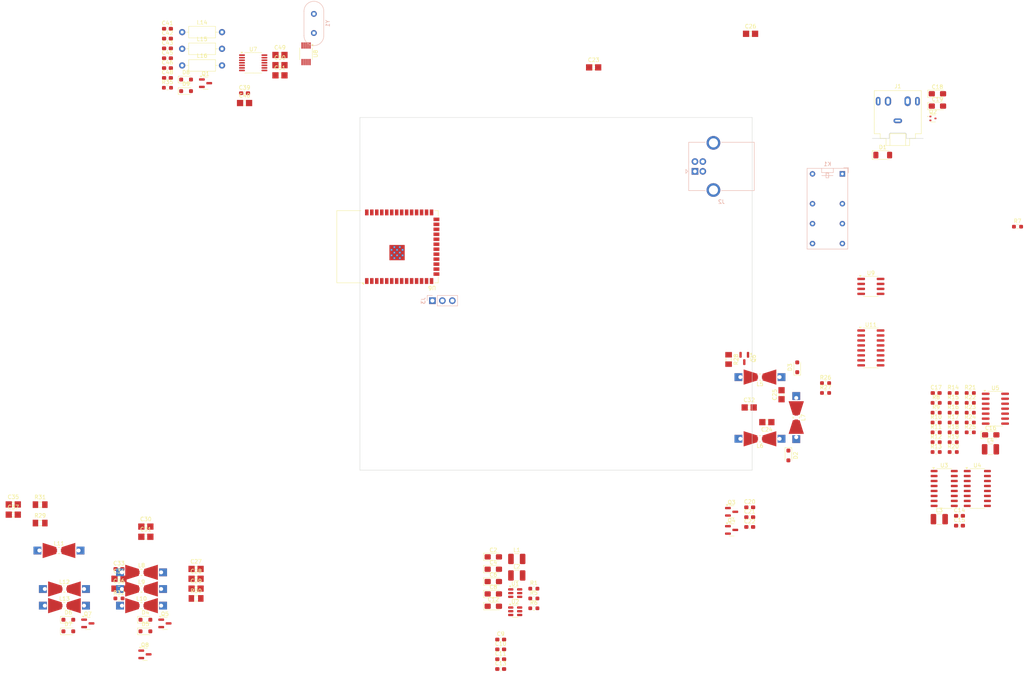
<source format=kicad_pcb>
(kicad_pcb (version 20240108) (generator "pcbnew") (generator_version "8.0")
  (layers (0 "F.Cu" signal) (31 "B.Cu" signal) (34 "B.Paste" user) (35 "F.Paste" user) (36 "B.SilkS" user "B.Silkscreen") (37 "F.SilkS" user "F.Silkscreen") (38 "B.Mask" user) (39 "F.Mask" user) (44 "Edge.Cuts" user))
  (net 0 "")
  (net 1 "GND")
  (net 2 "P180")
  (net 3 "Net-(C3-Pad1)")
  (net 4 "P270")
  (net 5 "Net-(C5-Pad1)")
  (net 6 "Net-(C7-Pad1)")
  (net 7 "P90")
  (net 8 "Net-(C11-Pad2)")
  (net 9 "Net-(U1B-V+)")
  (net 10 "+3.3V")
  (net 11 "Net-(C1-Pad1)")
  (net 12 "Net-(C13-Pad2)")
  (net 13 "J0")
  (net 14 "Net-(R2-Pad1)")
  (net 15 "Net-(R4-Pad1)")
  (net 16 "J90")
  (net 17 "Net-(R3-Pad1)")
  (net 18 "BPF_OUT")
  (net 19 "Net-(R1-Pad1)")
  (net 20 "P0")
  (net 21 "Net-(U3-VDD)")
  (net 22 "Net-(U5E-V+)")
  (net 23 "+10V")
  (net 24 "Net-(D4-K)")
  (net 25 "74HC4053_RX_TX")
  (net 26 "Net-(C18-Pad2)")
  (net 27 "Net-(U5C--)")
  (net 28 "Net-(R12-Pad1)")
  (net 29 "Net-(K1-Pad6)")
  (net 30 "Net-(K1-Pad8)")
  (net 31 "Net-(U5D--)")
  (net 32 "RX180")
  (net 33 "+5V")
  (net 34 "RX0")
  (net 35 "Net-(U5B--)")
  (net 36 "Net-(K1-Pad11)")
  (net 37 "Net-(K1-Pad9)")
  (net 38 "R_LINE_IN")
  (net 39 "Net-(R19-Pad2)")
  (net 40 "Net-(U5A--)")
  (net 41 "RX270")
  (net 42 "RX90")
  (net 43 "TX180")
  (net 47 "TX0")
  (net 48 "TX90")
  (net 49 "TX270")
  (net 53 "L_LINE_IN")
  (net 54 "Net-(C19-Pad2)")
  (net 55 "Net-(D1-A)")
  (net 56 "+12V")
  (net 57 "PREAMP")
  (net 60 "Net-(C28-Pad2)")
  (net 62 "USB_D-")
  (net 63 "USB_D+")
  (net 64 "KEYBOARD1")
  (net 67 "EEPROM_WP")
  (net 68 "Net-(D5-K)")
  (net 69 "ENCODER_B")
  (net 70 "Net-(D6-K)")
  (net 72 "KEYBOARD2")
  (net 73 "CW_Key_DACH")
  (net 74 "ENCODER_A")
  (net 76 "Net-(D3-K)")
  (net 77 "CW_Key_DOT")
  (net 78 "Net-(C34-Pad2)")
  (net 79 "LCD1602_IO1")
  (net 83 "KEYBOARD4")
  (net 84 "LCD1602_IO2")
  (net 85 "KEYBOARD3")
  (net 87 "LCD1602_IO3")
  (net 89 "Net-(J2-D-)")
  (net 90 "Net-(J2-D+)")
  (net 91 "Net-(D8-K)")
  (net 92 "Net-(C43-Pad2)")
  (net 93 "Net-(D9-K)")
  (net 94 "Net-(Q1-C)")
  (net 95 "Net-(Q1-B)")
  (net 96 "Net-(U7A-C)")
  (net 97 "Net-(U7A-Q)")
  (net 99 "Net-(U8-XA)")
  (net 100 "SI5351_CLK2")
  (net 108 "ESP32_EN")
  (net 109 "+3.3VA")
  (net 110 "Net-(Q3-S)")
  (net 111 "Net-(Q3-G)")
  (net 112 "ESP32_IO0")
  (net 113 "UART0_RX")
  (net 114 "UART0_TX")
  (net 115 "I2C_SCL")
  (net 116 "I2C_SDA")
  (net 117 "Net-(D2-K)")
  (net 118 "Net-(C25-Pad2)")
  (net 119 "BPF_IN")
  (net 120 "Net-(Q5-C)")
  (net 121 "BPF_10_17M")
  (net 122 "12v_BPF")
  (net 123 "Net-(D7-K)")
  (net 124 "Net-(Q6-C)")
  (net 125 "Net-(Q7-C)")
  (net 126 "Net-(Q5-B)")
  (net 127 "Net-(Q6-B)")
  (net 128 "Net-(Q7-B)")
  (net 129 "Net-(Q8-C)")
  (net 130 "Net-(Q8-B)")
  (net 131 "BPF_20M")
  (net 132 "BPF_40M")
  (net 133 "BPF_80M")
  (net 134 "SI5351_CLK1")
  (net 135 "Net-(U8-XB)")
  (footprint "Capacitor_SMD:C_0603_1608Metric_Pad1.08x0.95mm_HandSolder" (layer "F.Cu") (at 164.3875 141.99)
    (property "Reference" "C21" (at 0 -1.43 0) (layer "F.SilkS"))
    (property "Value" "100nF")
    (pad "1" smd roundrect (at -0.8625 0) (size 1.075 0.95) (layers "F.Cu" "F.Paste" "F.Mask") (net 1 "GND"))
    (pad "2" smd roundrect (at 0.8625 0) (size 1.075 0.95) (layers "F.Cu" "F.Paste" "F.Mask") (net 10 "+3.3V"))
  )
  (footprint "Resistor_SMD:R_0603_1608Metric_Pad0.98x0.95mm_HandSolder" (layer "F.Cu") (at 220.625 110.315)
    (property "Reference" "R21" (at 0 -1.43 0) (layer "F.SilkS"))
    (property "Value" "3k")
    (pad "1" smd roundrect (at -0.9125 0) (size 0.975 0.95) (layers "F.Cu" "F.Paste" "F.Mask") (net 40 "Net-(U5A--)"))
    (pad "2" smd roundrect (at 0.9125 0) (size 0.975 0.95) (layers "F.Cu" "F.Paste" "F.Mask") (net 33 "+5V"))
  )
  (footprint "Capacitor_SMD:C_0603_1608Metric_Pad1.08x0.95mm_HandSolder" (layer "F.Cu") (at 3.5525 155.205)
    (property "Reference" "C33" (at 0 -1.43 0) (layer "F.SilkS"))
    (property "Value" "360")
    (pad "1" smd roundrect (at -0.8625 0) (size 1.075 0.95) (layers "F.Cu" "F.Paste" "F.Mask") (net 70 "Net-(D6-K)"))
    (pad "2" smd roundrect (at 0.8625 0) (size 1.075 0.95) (layers "F.Cu" "F.Paste" "F.Mask") (net 1 "GND"))
  )
  (footprint "SDR_footprints:C_1206_0603" (layer "F.Cu") (at 23.2125 160.225)
    (property "Reference" "C29" (at 0 -1.9 0) (layer "F.SilkS"))
    (property "Value" "390")
    (pad "1" smd rect (at -1.15 0) (size 1.6 1.6) (layers "F.Cu" "F.Paste" "F.Mask") (net 68 "Net-(D5-K)"))
    (pad "2" smd rect (at 1.15 0) (size 1.6 1.6) (layers "F.Cu" "F.Paste" "F.Mask") (net 1 "GND"))
  )
  (footprint "SDR_footprints:C_1206_0603" (layer "F.Cu") (at 44.6 24.05)
    (property "Reference" "C49" (at 0 -1.9 0) (layer "F.SilkS"))
    (property "Value" "100nF")
    (pad "1" smd rect (at -1.15 0) (size 1.6 1.6) (layers "F.Cu" "F.Paste" "F.Mask") (net 1 "GND"))
    (pad "2" smd rect (at 1.15 0) (size 1.6 1.6) (layers "F.Cu" "F.Paste" "F.Mask") (net 109 "+3.3VA"))
  )
  (footprint "SDR_footprints:Resistor_SMD+THTuniversal_0603to2512_RM10_HandSoldering" (layer "F.Cu") (at -10.3575 164.575)
    (property "Reference" "L13" (at 0 -1.78 0) (layer "F.SilkS"))
    (property "Value" "1uH" (hide yes))
    (pad "1" thru_hole rect (at -5.00126 0 180) (size 1.99898 1.99898) (drill 1.00076 (offset 0.50038 0)) (layers "*.Cu" "*.Mask") (net 123 "Net-(D7-K)"))
    (pad "1" smd trapezoid (at -2.413 0) (size 3.50012 2.79908) (rect_delta 1.09982 0) (layers "F.Cu" "F.Paste" "F.Mask") (net 123 "Net-(D7-K)"))
    (pad "1" smd trapezoid (at -0.58 0) (size 0.175 0.9) (layers "F.Cu" "F.Paste" "F.Mask") (net 123 "Net-(D7-K)"))
    (pad "2" smd trapezoid (at 0.58 0) (size 0.175 0.9) (layers "F.Cu" "F.Paste" "F.Mask") (net 125 "Net-(Q7-C)"))
    (pad "2" smd trapezoid (at 2.413 0 180) (size 3.50012 2.79908) (rect_delta 1.09982 0) (layers "F.Cu" "F.Paste" "F.Mask") (net 125 "Net-(Q7-C)"))
    (pad "2" thru_hole rect (at 5.00126 0 180) (size 1.99898 1.99898) (drill 1.00076 (offset -0.50038 0)) (layers "*.Cu" "*.Mask") (net 125 "Net-(Q7-C)"))
  )
  (footprint "Capacitor_SMD:C_0603_1608Metric_Pad1.08x0.95mm_HandSolder" (layer "F.Cu") (at 35.575 33.805)
    (property "Reference" "C39" (at 0 -1.43 0) (layer "F.SilkS"))
    (property "Value" "470")
    (pad "1" smd roundrect (at -0.8625 0) (size 1.075 0.95) (layers "F.Cu" "F.Paste" "F.Mask") (net 70 "Net-(D6-K)"))
    (pad "2" smd roundrect (at 0.8625 0) (size 1.075 0.95) (layers "F.Cu" "F.Paste" "F.Mask") (net 1 "GND"))
  )
  (footprint "Resistor_SMD:R_0603_1608Metric_Pad0.98x0.95mm_HandSolder" (layer "F.Cu") (at 216.275 125.375)
    (property "Reference" "R20" (at 0 -1.43 0) (layer "F.SilkS"))
    (property "Value" "1k")
    (pad "1" smd roundrect (at -0.9125 0) (size 0.975 0.95) (layers "F.Cu" "F.Paste" "F.Mask") (net 39 "Net-(R19-Pad2)"))
    (pad "2" smd roundrect (at 0.9125 0) (size 0.975 0.95) (layers "F.Cu" "F.Paste" "F.Mask") (net 40 "Net-(U5A--)"))
  )
  (footprint "Resistor_SMD:R_0603_1608Metric_Pad0.98x0.95mm_HandSolder" (layer "F.Cu") (at 216.275 110.315)
    (property "Reference" "R14" (at 0 -1.43 0) (layer "F.SilkS"))
    (property "Value" "3k")
    (pad "1" smd roundrect (at -0.9125 0) (size 0.975 0.95) (layers "F.Cu" "F.Paste" "F.Mask") (net 34 "RX0"))
    (pad "2" smd roundrect (at 0.9125 0) (size 0.975 0.95) (layers "F.Cu" "F.Paste" "F.Mask") (net 33 "+5V"))
  )
  (footprint "SDR_footprints:Resistor_SMD+THTuniversal_0603to2512_RM10_HandSoldering" (layer "F.Cu") (at 9.3025 160.325)
    (property "Reference" "L9" (at 0 -1.78 0) (layer "F.SilkS"))
    (property "Value" "1uH" (hide yes))
    (pad "1" thru_hole rect (at -5.00126 0 180) (size 1.99898 1.99898) (drill 1.00076 (offset 0.50038 0)) (layers "*.Cu" "*.Mask") (net 60 "Net-(C28-Pad2)"))
    (pad "1" smd trapezoid (at -2.413 0) (size 3.50012 2.79908) (rect_delta 1.09982 0) (layers "F.Cu" "F.Paste" "F.Mask") (net 60 "Net-(C28-Pad2)"))
    (pad "1" smd trapezoid (at -0.58 0) (size 0.175 0.9) (layers "F.Cu" "F.Paste" "F.Mask") (net 60 "Net-(C28-Pad2)"))
    (pad "2" smd trapezoid (at 0.58 0) (size 0.175 0.9) (layers "F.Cu" "F.Paste" "F.Mask") (net 68 "Net-(D5-K)"))
    (pad "2" smd trapezoid (at 2.413 0 180) (size 3.50012 2.79908) (rect_delta 1.09982 0) (layers "F.Cu" "F.Paste" "F.Mask") (net 68 "Net-(D5-K)"))
    (pad "2" thru_hole rect (at 5.00126 0 180) (size 1.99898 1.99898) (drill 1.00076 (offset -0.50038 0)) (layers "*.Cu" "*.Mask") (net 68 "Net-(D5-K)"))
  )
  (footprint "Package_TO_SOT_SMD:SOT-23" (layer "F.Cu") (at 163 101.5 -90)
    (property "Reference" "Q6" (at 0 -2.4 90) (layer "F.SilkS"))
    (property "Value" "MMBT2222A")
    (pad "1" smd roundrect (at -0.9375 -0.95 270) (size 1.475 0.6) (layers "F.Cu" "F.Paste" "F.Mask") (net 127 "Net-(Q6-B)"))
    (pad "2" smd roundrect (at -0.9375 0.95 270) (size 1.475 0.6) (layers "F.Cu" "F.Paste" "F.Mask") (net 1 "GND"))
    (pad "3" smd roundrect (at 0.9375 0 270) (size 1.475 0.6) (layers "F.Cu" "F.Paste" "F.Mask") (net 124 "Net-(Q6-C)"))
  )
  (footprint "Package_TO_SOT_SMD:SOT-523" (layer "F.Cu") (at 211.105 40.25)
    (property "Reference" "Q2" (at 0 -1.7 0) (layer "F.SilkS"))
    (property "Value" "DTC143Z")
    (pad "1" smd roundrect (at -0.645 -0.5 180) (size 0.51 0.4) (layers "F.Cu" "F.Paste" "F.Mask") (net 57 "PREAMP"))
    (pad "2" smd roundrect (at -0.645 0.5 180) (size 0.51 0.4) (layers "F.Cu" "F.Paste" "F.Mask") (net 1 "GND"))
    (pad "3" smd roundrect (at 0.645 0 180) (size 0.51 0.4) (layers "F.Cu" "F.Paste" "F.Mask") (net 55 "Net-(D1-A)"))
  )
  (footprint "SDR_footprints:C_1206_0603" (layer "F.Cu") (at 10.4 144.4)
    (property "Reference" "C30" (at 0 -1.9 0) (layer "F.SilkS"))
    (property "Value" "22..47nF")
    (pad "1" smd rect (at -1.15 0) (size 1.6 1.6) (layers "F.Cu" "F.Paste" "F.Mask") (net 126 "Net-(Q5-B)"))
    (pad "2" smd rect (at 1.15 0) (size 1.6 1.6) (layers "F.Cu" "F.Paste" "F.Mask") (net 1 "GND"))
  )
  (footprint "SDR_footprints:C_1206_0603" (layer "F.Cu") (at 164.25 114)
    (property "Reference" "C32" (at 0 -1.9 0) (layer "F.SilkS"))
    (property "Value" "100nF")
    (pad "1" smd rect (at -1.15 0) (size 1.6 1.6) (layers "F.Cu" "F.Paste" "F.Mask") (net 124 "Net-(Q6-C)"))
    (pad "2" smd rect (at 1.15 0) (size 1.6 1.6) (layers "F.Cu" "F.Paste" "F.Mask") (net 1 "GND"))
  )
  (footprint "Resistor_SMD:R_0603_1608Metric_Pad0.98x0.95mm_HandSolder" (layer "F.Cu") (at 216.275 117.845)
    (property "Reference" "R17" (at 0 -1.43 0) (layer "F.SilkS"))
    (property "Value" "100")
    (pad "1" smd roundrect (at -0.9125 0) (size 0.975 0.95) (layers "F.Cu" "F.Paste" "F.Mask") (net 35 "Net-(U5B--)"))
    (pad "2" smd roundrect (at 0.9125 0) (size 0.975 0.95) (layers "F.Cu" "F.Paste" "F.Mask") (net 37 "Net-(K1-Pad9)"))
  )
  (footprint "Capacitor_Tantalum_SMD:CP_EIA-3216-18_Kemet-A_Pad1.58x1.35mm_HandSolder" (layer "F.Cu") (at 99.0075 155.28)
    (property "Reference" "C4" (at 0 -1.75 0) (layer "F.SilkS"))
    (property "Value" "10uF")
    (pad "1" smd roundrect (at -1.4375 0) (size 1.575 1.35) (layers "F.Cu" "F.Paste" "F.Mask") (roundrect_rratio 0.185185) (net 20 "P0"))
    (pad "2" smd roundrect (at 1.4375 0) (size 1.575 1.35) (layers "F.Cu" "F.Paste" "F.Mask") (roundrect_rratio 0.185185) (net 3 "Net-(C3-Pad1)"))
  )
  (footprint "Capacitor_Tantalum_SMD:CP_EIA-3216-18_Kemet-A_Pad1.58x1.35mm_HandSolder" (layer "F.Cu") (at 99.0075 161.58)
    (property "Reference" "C8" (at 0 -1.75 0) (layer "F.SilkS"))
    (property "Value" "10uF")
    (pad "1" smd roundrect (at -1.4375 0) (size 1.575 1.35) (layers "F.Cu" "F.Paste" "F.Mask") (roundrect_rratio 0.185185) (net 7 "P90"))
    (pad "2" smd roundrect (at 1.4375 0) (size 1.575 1.35) (layers "F.Cu" "F.Paste" "F.Mask") (roundrect_rratio 0.185185) (net 6 "Net-(C7-Pad1)"))
  )
  (footprint "SDR_footprints:R_1206_0603" (layer "F.Cu") (at -16.55 138.8)
    (property "Reference" "R31" (at 0 -1.9 0) (layer "F.SilkS"))
    (property "Value" "2..4.7k" (hide yes))
    (pad "1" smd rect (at -1.2 0 90) (size 1.7 1.4) (layers "F.Cu" "F.Paste" "F.Mask") (net 126 "Net-(Q5-B)"))
    (pad "2" smd rect (at 1.2 0) (size 1.4 1.7) (layers "F.Cu" "F.Paste" "F.Mask") (net 131 "BPF_20M"))
  )
  (footprint "Capacitor_Tantalum_SMD:CP_EIA-3216-18_Kemet-A_Pad1.58x1.35mm_HandSolder" (layer "F.Cu") (at 99.0075 152.13)
    (property "Reference" "C2" (at 0 -1.75 0) (layer "F.SilkS"))
    (property "Value" "10uF")
    (pad "1" smd roundrect (at -1.4375 0) (size 1.575 1.35) (layers "F.Cu" "F.Paste" "F.Mask") (roundrect_rratio 0.185185) (net 2 "P180"))
    (pad "2" smd roundrect (at 1.4375 0) (size 1.575 1.35) (layers "F.Cu" "F.Paste" "F.Mask") (roundrect_rratio 0.185185) (net 11 "Net-(C1-Pad1)"))
  )
  (footprint "Resistor_SMD:R_0603_1608Metric_Pad0.98x0.95mm_HandSolder" (layer "F.Cu") (at 211.925 117.845)
    (property "Reference" "R10" (at 0 -1.43 0) (layer "F.SilkS"))
    (property "Value" "300")
    (pad "1" smd roundrect (at -0.9125 0) (size 0.975 0.95) (layers "F.Cu" "F.Paste" "F.Mask") (net 29 "Net-(K1-Pad6)"))
    (pad "2" smd roundrect (at 0.9125 0) (size 0.975 0.95) (layers "F.Cu" "F.Paste" "F.Mask") (net 27 "Net-(U5C--)"))
  )
  (footprint "SDR_footprints:Resistor_SMD+THTuniversal_0603to2512_RM10_HandSoldering" (layer "F.Cu") (at 9.3025 156.075)
    (property "Reference" "L8" (at 0 -1.78 0) (layer "F.SilkS"))
    (property "Value" "0,47uH" (hide yes))
    (pad "1" thru_hole rect (at -5.00126 0 180) (size 1.99898 1.99898) (drill 1.00076 (offset 0.50038 0)) (layers "*.Cu" "*.Mask") (net 24 "Net-(D4-K)"))
    (pad "1" smd trapezoid (at -2.413 0) (size 3.50012 2.79908) (rect_delta 1.09982 0) (layers "F.Cu" "F.Paste" "F.Mask") (net 24 "Net-(D4-K)"))
    (pad "1" smd trapezoid (at -0.58 0) (size 0.175 0.9) (layers "F.Cu" "F.Paste" "F.Mask") (net 24 "Net-(D4-K)"))
    (pad "2" smd trapezoid (at 0.58 0) (size 0.175 0.9) (layers "F.Cu" "F.Paste" "F.Mask") (net 120 "Net-(Q5-C)"))
    (pad "2" smd trapezoid (at 2.413 0 180) (size 3.50012 2.79908) (rect_delta 1.09982 0) (layers "F.Cu" "F.Paste" "F.Mask") (net 120 "Net-(Q5-C)"))
    (pad "2" thru_hole rect (at 5.00126 0 180) (size 1.99898 1.99898) (drill 1.00076 (offset -0.50038 0)) (layers "*.Cu" "*.Mask") (net 120 "Net-(Q5-C)"))
  )
  (footprint "SDR_footprints:Resistor_SMD+THTuniversal_0603to2512_RM10_HandSoldering" (layer "F.Cu") (at 9.3025 164.575)
    (property "Reference" "L10" (at 0 -1.78 0) (layer "F.SilkS"))
    (property "Value" "0,47uH" (hide yes))
    (pad "1" thru_hole rect (at -5.00126 0 180) (size 1.99898 1.99898) (drill 1.00076 (offset 0.50038 0)) (layers "*.Cu" "*.Mask") (net 68 "Net-(D5-K)"))
    (pad "1" smd trapezoid (at -2.413 0) (size 3.50012 2.79908) (rect_delta 1.09982 0) (layers "F.Cu" "F.Paste" "F.Mask") (net 68 "Net-(D5-K)"))
    (pad "1" smd trapezoid (at -0.58 0) (size 0.175 0.9) (layers "F.Cu" "F.Paste" "F.Mask") (net 68 "Net-(D5-K)"))
    (pad "2" smd trapezoid (at 0.58 0) (size 0.175 0.9) (layers "F.Cu" "F.Paste" "F.Mask") (net 120 "Net-(Q5-C)"))
    (pad "2" smd trapezoid (at 2.413 0 180) (size 3.50012 2.79908) (rect_delta 1.09982 0) (layers "F.Cu" "F.Paste" "F.Mask") (net 120 "Net-(Q5-C)"))
    (pad "2" thru_hole rect (at 5.00126 0 180) (size 1.99898 1.99898) (drill 1.00076 (offset -0.50038 0)) (layers "*.Cu" "*.Mask") (net 120 "Net-(Q5-C)"))
  )
  (footprint "SDR_footprints:C_1206_0603" (layer "F.Cu") (at 124.5875 27.22)
    (property "Reference" "C23" (at 0 -1.9 0) (layer "F.SilkS"))
    (property "Value" "270")
    (pad "1" smd rect (at -1.15 0) (size 1.6 1.6) (layers "F.Cu" "F.Paste" "F.Mask") (net 76 "Net-(D3-K)"))
    (pad "2" smd rect (at 1.15 0) (size 1.6 1.6) (layers "F.Cu" "F.Paste" "F.Mask") (net 1 "GND"))
  )
  (footprint "Package_SO:MSOP-10_3x3mm_P0.5mm" (layer "F.Cu") (at 51.25 23.75 -90)
    (property "Reference" "U8" (at 0 -2.45 90) (layer "F.SilkS"))
    (property "Value" "Si5351A-B-GT")
    (pad "1" smd roundrect (at -2.1125 -1 270) (size 1.625 0.35) (layers "F.Cu" "F.Paste" "F.Mask") (net 10 "+3.3V"))
    (pad "2" smd roundrect (at -2.1125 -0.5 270) (size 1.625 0.35) (layers "F.Cu" "F.Paste" "F.Mask") (net 99 "Net-(U8-XA)"))
    (pad "3" smd roundrect (at -2.1125 0 270) (size 1.625 0.35) (layers "F.Cu" "F.Paste" "F.Mask") (net 135 "Net-(U8-XB)"))
    (pad "4" smd roundrect (at -2.1125 0.5 270) (size 1.625 0.35) (layers "F.Cu" "F.Paste" "F.Mask") (net 115 "I2C_SCL"))
    (pad "5" smd roundrect (at -2.1125 1 270) (size 1.625 0.35) (layers "F.Cu" "F.Paste" "F.Mask") (net 116 "I2C_SDA"))
    (pad "6" smd roundrect (at 2.1125 1 270) (size 1.625 0.35) (layers "F.Cu" "F.Paste" "F.Mask") (net 100 "SI5351_CLK2"))
    (pad "7" smd roundrect (at 2.1125 0.5 270) (size 1.625 0.35) (layers "F.Cu" "F.Paste" "F.Mask") (net 109 "+3.3VA"))
    (pad "8" smd roundrect (at 2.1125 0 270) (size 1.625 0.35) (layers "F.Cu" "F.Paste" "F.Mask") (net 1 "GND"))
    (pad "9" smd roundrect (at 2.1125 -0.5 270) (size 1.625 0.35) (layers "F.Cu" "F.Paste" "F.Mask") (net 134 "SI5351_CLK1"))
    (pad "10" smd roundrect (at 2.1125 -1 270) (size 1.625 0.35) (layers "F.Cu" "F.Paste" "F.Mask") (net 96 "Net-(U7A-C)"))
  )
  (footprint "Inductor_SMD:L_1210_3225Metric_Pad1.42x2.65mm_HandSolder" (layer "F.Cu") (at 225.775 124.675)
    (property "Reference" "L4" (at 0 -2.28 0) (layer "F.SilkS"))
    (property "Value" "100uH")
    (pad "1" smd roundrect (at -1.4875 0) (size 1.425 2.65) (layers "F.Cu" "F.Paste" "F.Mask") (roundrect_rratio 0.175439) (net 23 "+10V"))
    (pad "2" smd roundrect (at 1.4875 0) (size 1.425 2.65) (layers "F.Cu" "F.Paste" "F.Mask") (roundrect_rratio 0.175439) (net 22 "Net-(U5E-V+)"))
  )
  (footprint "Resistor_SMD:R_0603_1608Metric_Pad0.98x0.95mm_HandSolder" (layer "F.Cu") (at 183.725 107.785)
    (property "Reference" "R26" (at 0 -1.43 0) (layer "F.SilkS"))
    (property "Value" "10k")
    (pad "1" smd roundrect (at -0.9125 0) (size 0.975 0.95) (layers "F.Cu" "F.Paste" "F.Mask") (net 26 "Net-(C18-Pad2)"))
    (pad "2" smd roundrect (at 0.9125 0) (size 0.975 0.95) (layers "F.Cu" "F.Paste" "F.Mask") (net 1 "GND"))
  )
  (footprint "Inductor_THT:L_Axial_L6.6mm_D2.7mm_P10.16mm_Horizontal_Vishay_IM-2" (layer "F.Cu") (at 19.665 22.475)
    (property "Reference" "L15" (at 5.08 -2.47 0) (layer "F.SilkS"))
    (property "Value" "4,7uH")
    (pad "1" thru_hole circle (at 0 0) (size 1.6 1.6) (drill 0.8) (layers "*.Cu" "*.Mask") (net 92 "Net-(C43-Pad2)"))
    (pad "2" thru_hole oval (at 10.16 0) (size 1.6 1.6) (drill 0.8) (layers "*.Cu" "*.Mask") (net 93 "Net-(D9-K)"))
  )
  (footprint "SDR_footprints:C_1206_0603" (layer "F.Cu") (at 3.5525 157.715)
    (property "Reference" "C34" (at 0 -1.9 0) (layer "F.SilkS"))
    (property "Value" "390")
    (pad "1" smd rect (at -1.15 0) (size 1.6 1.6) (layers "F.Cu" "F.Paste" "F.Mask") (net 70 "Net-(D6-K)"))
    (pad "2" smd rect (at 1.15 0) (size 1.6 1.6) (layers "F.Cu" "F.Paste" "F.Mask") (net 78 "Net-(C34-Pad2)"))
  )
  (footprint "Resistor_SMD:R_0603_1608Metric_Pad0.98x0.95mm_HandSolder" (layer "F.Cu") (at 109.3375 165.25)
    (property "Reference" "R6" (at 0 -1.43 0) (layer "F.SilkS"))
    (property "Value" "1k")
    (pad "1" smd roundrect (at -0.9125 0) (size 0.975 0.95) (layers "F.Cu" "F.Paste" "F.Mask") (net 8 "Net-(C11-Pad2)"))
    (pad "2" smd roundrect (at 0.9125 0) (size 0.975 0.95) (layers "F.Cu" "F.Paste" "F.Mask") (net 1 "GND"))
  )
  (footprint "Resistor_SMD:R_0603_1608Metric_Pad0.98x0.95mm_HandSolder" (layer "F.Cu") (at 3.5525 162.735)
    (property "Reference" "R32" (at 0 -1.43 0) (layer "F.SilkS"))
    (property "Value" "10k")
    (pad "1" smd roundrect (at -0.9125 0) (size 0.975 0.95) (layers "F.Cu" "F.Paste" "F.Mask") (net 122 "12v_BPF"))
    (pad "2" smd roundrect (at 0.9125 0) (size 0.975 0.95) (layers "F.Cu" "F.Paste" "F.Mask") (net 125 "Net-(Q7-C)"))
  )
  (footprint "SDR_footprints:R_1206_0603" (layer "F.Cu") (at -16.55 143.5)
    (property "Reference" "R29" (at 0 -1.9 0) (layer "F.SilkS"))
    (property "Value" "2..4.7k" (hide yes))
    (pad "1" smd rect (at -1.2 0 90) (size 1.7 1.4) (layers "F.Cu" "F.Paste" "F.Mask") (net 127 "Net-(Q6-B)"))
    (pad "2" smd rect (at 1.2 0) (size 1.4 1.7) (layers "F.Cu" "F.Paste" "F.Mask") (net 121 "BPF_10_17M"))
  )
  (footprint "Diode_SMD:D_SOD-323_HandSoldering" (layer "F.Cu") (at 20.66 33.275)
    (property "Reference" "D9" (at 0 -1.85 0) (layer "F.SilkS"))
    (property "Value" "BAP50-03")
    (pad "1" smd roundrect (at -1.25 0) (size 1 1) (layers "F.Cu" "F.Paste" "F.Mask") (net 93 "Net-(D9-K)"))
    (pad "2" smd roundrect (at 1.25 0) (size 1 1) (layers "F.Cu" "F.Paste" "F.Mask") (net 18 "BPF_OUT"))
  )
  (footprint "Resistor_SMD:R_0603_1608Metric_Pad0.98x0.95mm_HandSolder" (layer "F.Cu") (at 216.275 122.865)
    (property "Reference" "R19" (at 0 -1.43 0) (layer "F.SilkS"))
    (property "Value" "1k")
    (pad "1" smd roundrect (at -0.9125 0) (size 0.975 0.95) (layers "F.Cu" "F.Paste" "F.Mask") (net 35 "Net-(U5B--)"))
    (pad "2" smd roundrect (at 0.9125 0) (size 0.975 0.95) (layers "F.Cu" "F.Paste" "F.Mask") (net 39 "Net-(R19-Pad2)"))
  )
  (footprint "Capacitor_SMD:C_0603_1608Metric_Pad1.08x0.95mm_HandSolder" (layer "F.Cu") (at 15.915 24.885)
    (property "Reference" "C45" (at 0 -1.43 0) (layer "F.SilkS"))
    (property "Value" "1nF")
    (pad "1" smd roundrect (at -0.8625 0) (size 1.075 0.95) (layers "F.Cu" "F.Paste" "F.Mask") (net 93 "Net-(D9-K)"))
    (pad "2" smd roundrect (at 0.8625 0) (size 1.075 0.95) (layers "F.Cu" "F.Paste" "F.Mask") (net 1 "GND"))
  )
  (footprint "Inductor_SMD:L_1210_3225Metric_Pad1.42x2.65mm_HandSolder" (layer "F.Cu") (at 212.725 142.505)
    (property "Reference" "L3" (at 0 -2.28 0) (layer "F.SilkS"))
    (property "Value" "100uH")
    (pad "1" smd roundrect (at -1.4875 0) (size 1.425 2.65) (layers "F.Cu" "F.Paste" "F.Mask") (roundrect_rratio 0.175439) (net 23 "+10V"))
    (pad "2" smd roundrect (at 1.4875 0) (size 1.425 2.65) (layers "F.Cu" "F.Paste" "F.Mask") (roundrect_rratio 0.175439) (net 21 "Net-(U3-VDD)"))
  )
  (footprint "Package_SO:SO-16_3.9x9.9mm_P1.27mm" (layer "F.Cu") (at 213.975 134.675)
    (property "Reference" "U3" (at 0 -5.9 0) (layer "F.SilkS"))
    (property "Value" "74HC4053")
    (pad "1" smd roundrect (at -2.575 -4.445) (size 1.75 0.6) (layers "F.Cu" "F.Paste" "F.Mask") (net 32 "RX180"))
    (pad "2" smd roundrect (at -2.575 -3.175) (size 1.75 0.6) (layers "F.Cu" "F.Paste" "F.Mask") (net 43 "TX180"))
    (pad "3" smd roundrect (at -2.575 -1.905) (size 1.75 0.6) (layers "F.Cu" "F.Paste" "F.Mask") (net 34 "RX0"))
    (pad "4" smd roundrect (at -2.575 -0.635) (size 1.75 0.6) (layers "F.Cu" "F.Paste" "F.Mask") (net 20 "P0"))
    (pad "5" smd roundrect (at -2.575 0.635) (size 1.75 0.6) (layers "F.Cu" "F.Paste" "F.Mask") (net 47 "TX0"))
    (pad "6" smd roundrect (at -2.575 1.905) (size 1.75 0.6) (layers "F.Cu" "F.Paste" "F.Mask") (net 1 "GND"))
    (pad "7" smd roundrect (at -2.575 3.175) (size 1.75 0.6) (layers "F.Cu" "F.Paste" "F.Mask") (net 1 "GND"))
    (pad "8" smd roundrect (at -2.575 4.445) (size 1.75 0.6) (layers "F.Cu" "F.Paste" "F.Mask") (net 1 "GND"))
    (pad "9" smd roundrect (at 2.575 4.445) (size 1.75 0.6) (layers "F.Cu" "F.Paste" "F.Mask") (net 129 "Net-(Q8-C)"))
    (pad "10" smd roundrect (at 2.575 3.175) (size 1.75 0.6) (layers "F.Cu" "F.Paste" "F.Mask") (net 129 "Net-(Q8-C)"))
    (pad "11" smd roundrect (at 2.575 1.905) (size 1.75 0.6) (layers "F.Cu" "F.Paste" "F.Mask") (net 129 "Net-(Q8-C)"))
    (pad "12" smd roundrect (at 2.575 0.635) (size 1.75 0.6) (layers "F.Cu" "F.Paste" "F.Mask"))
    (pad "13" smd roundrect (at 2.575 -0.635) (size 1.75 0.6) (layers "F.Cu" "F.Paste" "F.Mask"))
    (pad "14" smd roundrect (at 2.575 -1.905) (size 1.75 0.6) (layers "F.Cu" "F.Paste" "F.Mask"))
    (pad "15" smd roundrect (at 2.575 -3.175) (size 1.75 0.6) (layers "F.Cu" "F.Paste" "F.Mask") (net 2 "P180"))
    (pad "16" smd roundrect (at 2.575 -4.445) (size 1.75 0.6) (layers "F.Cu" "F.Paste" "F.Mask") (net 21 "Net-(U3-VDD)"))
  )
  (footprint "Resistor_SMD:R_0603_1608Metric_Pad0.98x0.95mm_HandSolder" (layer "F.Cu") (at 232.675 67.865)
    (property "Reference" "R7" (at 0 -1.43 0) (layer "F.SilkS"))
    (property "Value" "10k")
    (pad "1" smd roundrect (at -0.9125 0) (size 0.975 0.95) (layers "F.Cu" "F.Paste" "F.Mask") (net 21 "Net-(U3-VDD)"))
    (pad "2" smd roundrect (at 0.9125 0) (size 0.975 0.95) (layers "F.Cu" "F.Paste" "F.Mask") (net 129 "Net-(Q8-C)"))
  )
  (footprint "Resistor_SMD:R_0603_1608Metric_Pad0.98x0.95mm_HandSolder" (layer "F.Cu") (at 220.625 112.825)
    (property "Reference" "R22" (at 0 -1.43 0) (layer "F.SilkS"))
    (property "Value" "3k")
    (pad "1" smd roundrect (at -0.9125 0) (size 0.975 0.95) (layers "F.Cu" "F.Paste" "F.Mask") (net 33 "+5V"))
    (pad "2" smd roundrect (at 0.9125 0) (size 0.975 0.95) (layers "F.Cu" "F.Paste" "F.Mask") (net 41 "RX270"))
  )
  (footprint "Resistor_SMD:R_0603_1608Metric_Pad0.98x0.95mm_HandSolder" (layer "F.Cu") (at 220.625 117.845)
    (property "Reference" "R24" (at 0 -1.43 0) (layer "F.SilkS"))
    (property "Value" "750")
    (pad "1" smd roundrect (at -0.9125 0) (size 0.975 0.95) (layers "F.Cu" "F.Paste" "F.Mask") (net 33 "+5V"))
    (pad "2" smd roundrect (at 0.9125 0) (size 0.975 0.95) (layers "F.Cu" "F.Paste" "F.Mask") (net 22 "Net-(U5E-V+)"))
  )
  (footprint "SDR_footprints:C_1206_0603" (layer "F.Cu") (at 35.575 36.315)
    (property "Reference" "C40" (at 0 -1.9 0) (layer "F.SilkS"))
    (property "Value" "470")
    (pad "1" smd rect (at -1.15 0) (size 1.6 1.6) (layers "F.Cu" "F.Paste" "F.Mask") (net 123 "Net-(D7-K)"))
    (pad "2" smd rect (at 1.15 0) (size 1.6 1.6) (layers "F.Cu" "F.Paste" "F.Mask") (net 1 "GND"))
  )
  (footprint "SDR_footprints:C_1206_0603" (layer "F.Cu") (at 23.2125 157.715)
    (property "Reference" "C28" (at 0 -1.9 0) (layer "F.SilkS"))
    (property "Value" "180")
    (pad "1" smd rect (at -1.15 0) (size 1.6 1.6) (layers "F.Cu" "F.Paste" "F.Mask") (net 24 "Net-(D4-K)"))
    (pad "2" smd rect (at 1.15 0) (size 1.6 1.6) (layers "F.Cu" "F.Paste" "F.Mask") (net 60 "Net-(C28-Pad2)"))
  )
  (footprint "SDR_footprints:C_1206_0603" (layer "F.Cu") (at 168.75 117.75 180)
    (property "Reference" "C24" (at 0 -1.9 180) (layer "F.SilkS"))
    (property "Value" "270")
    (pad "1" smd rect (at -1.15 0 180) (size 1.6 1.6) (layers "F.Cu" "F.Paste" "F.Mask") (net 117 "Net-(D2-K)"))
    (pad "2" smd rect (at 1.15 0 180) (size 1.6 1.6) (layers "F.Cu" "F.Paste" "F.Mask") (net 1 "GND"))
  )
  (footprint "SDR_footprints:R_1206_0603" (layer "F.Cu") (at 159 101.75 -90)
    (property "Reference" "R28" (at 0 -1.9 90) (layer "F.SilkS"))
    (property "Value" "10k" (hide yes))
    (pad "1" smd rect (at -1.2 0) (size 1.7 1.4) (layers "F.Cu" "F.Paste" "F.Mask") (net 122 "12v_BPF"))
    (pad "2" smd rect (at 1.2 0 270) (size 1.4 1.7) (layers "F.Cu" "F.Paste" "F.Mask") (net 124 "Net-(Q6-C)"))
  )
  (footprint "Capacitor_Tantalum_SMD:CP_EIA-3216-18_Kemet-A_Pad1.58x1.35mm_HandSolder" (layer "F.Cu") (at 212.25 37.1)
    (property "Reference" "C19" (at 0 -1.75 0) (layer "F.SilkS"))
    (property "Value" "10uF")
    (pad "1" smd roundrect (at -1.4375 0) (size 1.575 1.35) (layers "F.Cu" "F.Paste" "F.Mask") (roundrect_rratio 0.185185) (net 53 "L_LINE_IN"))
    (pad "2" smd roundrect (at 1.4375 0) (size 1.575 1.35) (layers "F.Cu" "F.Paste" "F.Mask") (roundrect_rratio 0.185185) (net 54 "Net-(C19-Pad2)"))
  )
  (footprint "Resistor_SMD:R_0603_1608Metric_Pad0.98x0.95mm_HandSolder" (layer "F.Cu") (at 15.915 32.415)
    (property "Reference" "R35" (at 0 -1.43 0) (layer "F.SilkS"))
    (property "Value" "10k")
    (pad "1" smd roundrect (at -0.9125 0) (size 0.975 0.95) (layers "F.Cu" "F.Paste" "F.Mask") (net 122 "12v_BPF"))
    (pad "2" smd roundrect (at 0.9125 0) (size 0.975 0.95) (layers "F.Cu" "F.Paste" "F.Mask") (net 94 "Net-(Q1-C)"))
  )
  (footprint "Package_TO_SOT_SMD:SOT-23" (layer "F.Cu") (at 10.1725 177)
    (property "Reference" "Q8" (at 0 -2.4 0) (layer "F.SilkS"))
    (property "Value" "MMBT2222A")
    (pad "1" smd roundrect (at -0.9375 -0.95) (size 1.475 0.6) (layers "F.Cu" "F.Paste" "F.Mask") (net 130 "Net-(Q8-B)"))
    (pad "2" smd roundrect (at -0.9375 0.95) (size 1.475 0.6) (layers "F.Cu" "F.Paste" "F.Mask") (net 1 "GND"))
    (pad "3" smd roundrect (at 0.9375 0) (size 1.475 0.6) (layers "F.Cu" "F.Paste" "F.Mask") (net 129 "Net-(Q8-C)"))
  )
  (footprint "Capacitor_SMD:C_0603_1608Metric_Pad1.08x0.95mm_HandSolder" (layer "F.Cu") (at 15.915 27.395)
    (property "Reference" "C46" (at 0 -1.43 0) (layer "F.SilkS"))
    (property "Value" "560")
    (pad "1" smd roundrect (at -0.8625 0) (size 1.075 0.95) (layers "F.Cu" "F.Paste" "F.Mask") (net 93 "Net-(D9-K)"))
    (pad "2" smd roundrect (at 0.8625 0) (size 1.075 0.95) (layers "F.Cu" "F.Paste" "F.Mask") (net 1 "GND"))
  )
  (footprint "Capacitor_SMD:C_0603_1608Metric_Pad1.08x0.95mm_HandSolder" (layer "F.Cu") (at 164.3875 139.48)
    (property "Reference" "C20" (at 0 -1.43 0) (layer "F.SilkS"))
    (property "Value" "1uF")
    (pad "1" smd roundrect (at -0.8625 0) (size 1.075 0.95) (layers "F.Cu" "F.Paste" "F.Mask") (net 108 "ESP32_EN"))
    (pad "2" smd roundrect (at 0.8625 0) (size 1.075 0.95) (layers "F.Cu" "F.Paste" "F.Mask") (net 1 "GND"))
  )
  (footprint "Resistor_SMD:R_0603_1608Metric_Pad0.98x0.95mm_HandSolder" (layer "F.Cu") (at 220.625 115.335)
    (property "Reference" "R23" (at 0 -1.43 0) (layer "F.SilkS"))
    (property "Value" "3k")
    (pad "1" smd roundrect (at -0.9125 0) (size 0.975 0.95) (layers "F.Cu" "F.Paste" "F.Mask") (net 42 "RX90"))
    (pad "2" smd roundrect (at 0.9125 0) (size 0.975 0.95) (layers "F.Cu" "F.Paste" "F.Mask") (net 33 "+5V"))
  )
  (footprint "Capacitor_SMD:C_0603_1608Metric_Pad1.08x0.95mm_HandSolder" (layer "F.Cu") (at 100.8875 175.73)
    (property "Reference" "C10" (at 0 -1.43 0) (layer "F.SilkS"))
    (property "Value" "100nF")
    (pad "1" smd roundrect (at -0.8625 0) (size 1.075 0.95) (layers "F.Cu" "F.Paste" "F.Mask") (net 1 "GND"))
    (pad "2" smd roundrect (at 0.8625 0) (size 1.075 0.95) (layers "F.Cu" "F.Paste" "F.Mask") (net 9 "Net-(U1B-V+)"))
  )
  (footprint "Capacitor_SMD:C_0603_1608Metric_Pad1.08x0.95mm_HandSolder" (layer "F.Cu") (at 164.3875 144.5)
    (property "Reference" "C22" (at 0 -1.43 0) (layer "F.SilkS"))
    (property "Value" "100nF")
    (pad "1" smd roundrect (at -0.8625 0) (size 1.075 0.95) (layers "F.Cu" "F.Paste" "F.Mask") (net 1 "GND"))
    (pad "2" smd roundrect (at 0.8625 0) (size 1.075 0.95) (layers "F.Cu" "F.Paste" "F.Mask") (net 10 "+3.3V"))
  )
  (footprint "Inductor_SMD:L_1210_3225Metric_Pad1.42x2.65mm_HandSolder" (layer "F.Cu") (at 104.9875 152.66)
    (property "Reference" "L1" (at 0 -2.28 0) (layer "F.SilkS"))
    (property "Value" "100uH")
    (pad "1" smd roundrect (at -1.4875 0) (size 1.425 2.65) (layers "F.Cu" "F.Paste" "F.Mask") (roundrect_rratio 0.175439) (net 109 "+3.3VA"))
    (pad "2" smd roundrect (at 1.4875 0) (size 1.425 2.65) (layers "F.Cu" "F.Paste" "F.Mask") (roundrect_rratio 0.175439) (net 9 "Net-(U1B-V+)"))
  )
  (footprint "SDR_footprints:C_1206_0603" (layer "F.Cu") (at -23.4 141.35)
    (property "Reference" "C37" (at 0 -1.9 0) (layer "F.SilkS"))
    (property "Value" "22..47nF")
    (pad "1" smd rect (at -1.15 0) (size 1.6 1.6) (layers "F.Cu" "F.Paste" "F.Mask") (net 128 "Net-(Q7-B)"))
    (pad "2" smd rect (at 1.15 0) (size 1.6 1.6) (layers "F.Cu" "F.Paste" "F.Mask") (net 1 "GND"))
  )
  (footprint "Diode_SMD:D_SOD-323_HandSoldering" (layer "F.Cu") (at 10.2975 168.175)
    (property "Reference" "D4" (at 0 -1.85 0) (layer "F.SilkS"))
    (property "Value" "BAP50-03")
    (pad "1" smd roundrect (at -1.25 0) (size 1 1) (layers "F.Cu" "F.Paste" "F.Mask") (net 24 "Net-(D4-K)"))
    (pad "2" smd roundrect (at 1.25 0) (size 1 1) (layers "F.Cu" "F.Paste" "F.Mask") (net 119 "BPF_IN"))
  )
  (footprint "SDR_footprints:C_1206_0603" (layer "F.Cu") (at 44.6 29.25)
    (property "Reference" "C51" (at 0 -1.9 0) (layer "F.SilkS"))
    (property "Value" "100nF")
    (pad "1" smd rect (at -1.15 0) (size 1.6 1.6) (layers "F.Cu" "F.Paste" "F.Mask") (net 109 "+3.3VA"))
    (pad "2" smd rect (at 1.15 0) (size 1.6 1.6) (layers "F.Cu" "F.Paste" "F.Mask") (net 1 "GND"))
  )
  (footprint "SDR_footprints:Resistor_SMD+THTuniversal_0603to2512_RM10_HandSoldering" (layer "F.Cu") (at 176.25 116.58 -90)
    (property "Reference" "L7" (at 0 -1.78 90) (layer "F.SilkS"))
    (property "Value" "0,47uH" (hide yes))
    (pad "1" thru_hole rect (at -5.00126 0 90) (size 1.99898 1.99898) (drill 1.00076 (offset 0.50038 0)) (layers "*.Cu" "*.Mask") (net 118 "Net-(C25-Pad2)"))
    (pad "1" smd trapezoid (at -2.413 0 270) (size 3.50012 2.79908) (rect_delta 1.09982 0) (layers "F.Cu" "F.Paste" "F.Mask") (net 118 "Net-(C25-Pad2)"))
    (pad "1" smd trapezoid (at -0.58 0 270) (size 0.175 0.9) (layers "F.Cu" "F.Paste" "F.Mask") (net 118 "Net-(C25-Pad2)"))
    (pad "2" smd trapezoid (at 0.58 0 270) (size 0.175 0.9) (layers "F.Cu" "F.Paste" "F.Mask") (net 117 "Net-(D2-K)"))
    (pad "2" smd trapezoid (at 2.413 0 90) (size 3.50012 2.79908) (rect_delta 1.09982 0) (layers "F.Cu" "F.Paste" "F.Mask") (net 117 "Net-(D2-K)"))
    (pad "2" thru_hole rect (at 5.00126 0 90) (size 1.99898 1.99898) (drill 1.00076 (offset -0.50038 0)) (layers "*.Cu" "*.Mask") (net 117 "Net-(D2-K)"))
  )
  (footprint "Resistor_SMD:R_0603_1608Metric_Pad0.98x0.95mm_HandSolder" (layer "F.Cu") (at 109.3375 162.74)
    (property "Reference" "R5" (at 0 -1.43 0) (layer "F.SilkS"))
    (property "Value" "1k")
    (pad "1" smd roundrect (at -0.9125 0) (size 0.975 0.95) (layers "F.Cu" "F.Paste" "F.Mask") (net 109 "+3.3VA"))
    (pad "2" smd roundrect (at 0.9125 0) (size 0.975 0.95) (layers "F.Cu" "F.Paste" "F.Mask") (net 8 "Net-(C11-Pad2)"))
  )
  (footprint "Inductor_SMD:L_1210_3225Metric_Pad1.42x2.65mm_HandSolder" (layer "F.Cu") (at 104.9875 156.87)
    (property "Reference" "L2" (at 0 -2.28 0) (layer "F.SilkS"))
    (property "Value" "100uH")
    (pad "1" smd roundrect (at -1.4875 0) (size 1.425 2.65) (layers "F.Cu" "F.Paste" "F.Mask") (roundrect_rratio 0.175439) (net 8 "Net-(C11-Pad2)"))
    (pad "2" smd roundrect (at 1.4875 0) (size 1.425 2.65) (layers "F.Cu" "F.Paste" "F.Mask") (roundrect_rratio 0.175439) (net 12 "Net-(C13-Pad2)"))
  )
  (footprint "Diode_SMD:D_SOD-323_HandSoldering" (layer "F.Cu") (at 176.5 103.75 90)
    (property "Reference" "D3" (at 0 -1.85 270) (layer "F.SilkS"))
    (property "Value" "BAP50-03")
    (pad "1" smd roundrect (at -1.25 0 90) (size 1 1) (layers "F.Cu" "F.Paste" "F.Mask") (net 76 "Net-(D3-K)"))
    (pad "2" smd roundrect (at 1.25 0 90) (size 1 1) (layers "F.Cu" "F.Paste" "F.Mask") (net 119 "BPF_IN"))
  )
  (footprint "Resistor_SMD:R_0603_1608Metric_Pad0.98x0.95mm_HandSolder" (layer "F.Cu") (at 216.275 120.355)
    (property "Reference" "R18" (at 0 -1.43 0) (layer "F.SilkS"))
    (property "Value" "3k")
    (pad "1" smd roundrect (at -0.9125 0) (size 0.975 0.95) (layers "F.Cu" "F.Paste" "F.Mask") (net 38 "R_LINE_IN"))
    (pad "2" smd roundrect (at 0.9125 0) (size 0.975 0.95) (layers "F.Cu" "F.Paste" "F.Mask") (net 35 "Net-(U5B--)"))
  )
  (footprint "SDR_footprints:C_1206_0603" (layer "F.Cu") (at 10.4 147)
    (property "Reference" "C31" (at 0 -1.9 0) (layer "F.SilkS"))
    (property "Value" "100nF")
    (pad "1" smd rect (at -1.15 0) (size 1.6 1.6) (layers "F.Cu" "F.Paste" "F.Mask") (net 120 "Net-(Q5-C)"))
    (pad "2" smd rect (at 1.15 0) (size 1.6 1.6) (layers "F.Cu" "F.Paste" "F.Mask") (net 1 "GND"))
  )
  (footprint "Capacitor_Tantalum_SMD:CP_EIA-3216-18_Kemet-A_Pad1.58x1.35mm_HandSolder" (layer "F.Cu") (at 99.0075 158.43)
    (property "Reference" "C6" (at 0 -1.75 0) (layer "F.SilkS"))
    (property "Value" "10uF")
    (pad "1" smd roundrect (at -1.4375 0) (size 1.575 1.35) (layers "F.Cu" "F.Paste" "F.Mask") (roundrect_rratio 0.185185) (net 4 "P270"))
    (pad "2" smd roundrect (at 1.4375 0) (size 1.575 1.35) (layers "F.Cu" "F.Paste" "F.Mask") (roundrect_rratio 0.185185) (net 5 "Net-(C5-Pad1)"))
  )
  (footprint "SDR_footprints:Resistor_SMD+THTuniversal_0603to2512_RM10_HandSoldering" (layer "F.Cu") (at -11.75 150.5)
    (property "Reference" "L11" (at 0 -1.78 0) (layer "F.SilkS"))
    (property "Value" "1uH" (hide yes))
    (pad "1" thru_hole rect (at -5.00126 0 180) (size 1.99898 1.99898) (drill 1.00076 (offset 0.50038 0)) (layers "*.Cu" "*.Mask") (net 70 "Net-(D6-K)"))
    (pad "1" smd trapezoid (at -2.413 0) (size 3.50012 2.79908) (rect_delta 1.09982 0) (layers "F.Cu" "F.Paste" "F.Mask") (net 70 "Net-(D6-K)"))
    (pad "1" smd trapezoid (at -0.58 0) (size 0.175 0.9) (layers "F.Cu" "F.Paste" "F.Mask") (net 70 "Net-(D6-K)"))
    (pad "2" smd trapezoid (at 0.58 0) (size 0.175 0.9) (layers "F.Cu" "F.Paste" "F.Mask") (net 125 "Net-(Q7-C)"))
    (pad "2" smd trapezoid (at 2.413 0 180) (size 3.50012 2.79908) (rect_delta 1.09982 0) (layers "F.Cu" "F.Paste" "F.Mask") (net 125 "Net-(Q7-C)"))
    (pad "2" thru_hole rect (at 5.00126 0 180) (size 1.99898 1.99898) (drill 1.00076 (offset -0.50038 0)) (layers "*.Cu" "*.Mask") (net 125 "Net-(Q7-C)"))
  )
  (footprint "Diode_SMD:D_SOD-323_HandSoldering" (layer "F.Cu") (at -9.3625 171.125)
    (property "Reference" "D7" (at 0 -1.85 0) (layer "F.SilkS"))
    (property "Value" "BAP50-03")
    (pad "1" smd roundrect (at -1.25 0) (size 1 1) (layers "F.Cu" "F.Paste" "F.Mask") (net 123 "Net-(D7-K)"))
    (pad "2" smd roundrect (at 1.25 0) (size 1 1) (layers "F.Cu" "F.Paste" "F.Mask") (net 18 "BPF_OUT"))
  )
  (footprint "Capacitor_SMD:C_0603_1608Metric_Pad1.08x0.95mm_HandSolder" (layer "F.Cu") (at 217.875 141.655)
    (property "Reference" "C14" (at 0 -1.43 0) (layer "F.SilkS"))
    (property "Value" "100nF")
    (pad "1" smd roundrect (at -0.8625 0) (size 1.075 0.95) (layers "F.Cu" "F.Paste" "F.Mask") (net 1 "GND"))
    (pad "2" smd roundrect (at 0.8625 0) (size 1.075 0.95) (layers "F.Cu" "F.Paste" "F.Mask") (net 21 "Net-(U3-VDD)"))
  )
  (footprint "Package_TO_SOT_SMD:SOT-23" (layer "F.Cu") (at 159.7675 145.25)
    (property "Reference" "Q4" (at 0 -2.4 0) (layer "F.SilkS"))
    (property "Value" "BSS138")
    (pad "1" smd roundrect (at -0.9375 -0.95) (size 1.475 0.6) (layers "F.Cu" "F.Paste" "F.Mask") (net 110 "Net-(Q3-S)"))
    (pad "2" smd roundrect (at -0.9375 0.95) (size 1.475 0.6) (layers "F.Cu" "F.Paste" "F.Mask") (net 111 "Net-(Q3-G)"))
    (pad "3" smd roundrect (at 0.9375 0) (size 1.475 0.6) (layers "F.Cu" "F.Paste" "F.Mask") (net 112 "ESP32_IO0"))
  )
  (footprint "Diode_SMD:D_SOD-323_HandSoldering" (layer "F.Cu") (at 20.66 30.325)
    (property "Reference" "D8" (at 0 -1.85 0) (layer "F.SilkS"))
    (property "Value" "BAP50-03")
    (pad "1" smd roundrect (at -1.25 0) (size 1 1) (layers "F.Cu" "F.Paste" "F.Mask") (net 91 "Net-(D8-K)"))
    (pad "2" smd roundrect (at 1.25 0) (size 1 1) (layers "F.Cu" "F.Paste" "F.Mask") (net 119 "BPF_IN"))
  )
  (footprint "Capacitor_SMD:C_0603_1608Metric_Pad1.08x0.95mm_HandSolder" (layer "F.Cu") (at 15.915 17.355)
    (property "Reference" "C41" (at 0 -1.43 0) (layer "F.SilkS"))
    (property "Value" "1nF")
    (pad "1" smd roundrect (at -0.8625 0) (size 1.075 0.95) (layers "F.Cu" "F.Paste" "F.Mask") (net 91 "Net-(D8-K)"))
    (pad "2" smd roundrect (at 0.8625 0) (size 1.075 0.95) (layers "F.Cu" "F.Paste" "F.Mask") (net 1 "GND"))
  )
  (footprint "Inductor_THT:L_Axial_L6.6mm_D2.7mm_P10.16mm_Horizontal_Vishay_IM-2" (layer "F.Cu") (at 19.665 26.725)
    (property "Reference" "L16" (at 5.08 -2.47 0) (layer "F.SilkS"))
    (property "Value" "2,2uH")
    (pad "1" thru_hole circle (at 0 0) (size 1.6 1.6) (drill 0.8) (layers "*.Cu" "*.Mask") (net 93 "Net-(D9-K)"))
    (pad "2" thru_hole oval (at 10.16 0) (size 1.6 1.6) (drill 0.8) (layers "*.Cu" "*.Mask") (net 94 "Net-(Q1-C)"))
  )
  (footprint "Capacitor_Tantalum_SMD:CP_EIA-3216-18_Kemet-A_Pad1.58x1.35mm_HandSolder" (layer "F.Cu") (at 99.0075 164.73)
    (property "Reference" "C12" (at 0 -1.75 0) (layer "F.SilkS"))
    (property "Value" "10uF")
    (pad "1" smd roundrect (at -1.4375 0) (size 1.575 1.35) (layers "F.Cu" "F.Paste" "F.Mask") (roundrect_rratio 0.185185) (net 8 "Net-(C11-Pad2)"))
    (pad "2" smd roundrect (at 1.4375 0) (size 1.575 1.35) (layers "F.Cu" "F.Paste" "F.Mask") (roundrect_rratio 0.185185) (net 1 "GND"))
  )
  (footprint "RF_Module:ESP32-S3-WROOM-1" (layer "F.Cu") (at 72 72.985 90)
    (property "Reference" "U6" (at -10.5 11.4 180) (layer "F.SilkS"))
    (property "Value" "ESP32-S3-WROOM-1-N16R8")
    (pad "1" smd rect (at -8.75 -5.26 90) (size 1.5 0.9) (layers "F.Cu" "F.Paste" "F.Mask") (net 1 "GND"))
    (pad "2" smd rect (at -8.75 -3.99 90) (size 1.5 0.9) (layers "F.Cu" "F.Paste" "F.Mask") (net 10 "+3.3V"))
    (pad "3" smd rect (at -8.75 -2.72 90) (size 1.5 0.9) (layers "F.Cu" "F.Paste" "F.Mask") (net 108 "ESP32_EN"))
    (pad "4" smd rect (at -8.75 -1.45 90) (size 1.5 0.9) (layers "F.Cu" "F.Paste" "F.Mask") (net 77 "CW_Key_DOT"))
    (pad "5" smd rect (at -8.75 -0.18 90) (size 1.5 0.9) (layers "F.Cu" "F.Paste" "F.Mask") (net 73 "CW_Key_DACH"))
    (pad "6" smd rect (at -8.75 1.09 90) (size 1.5 0.9) (layers "F.Cu" "F.Paste" "F.Mask") (net 64 "KEYBOARD1"))
    (pad "7" smd rect (at -8.75 2.36 90) (size 1.5 0.9) (layers "F.Cu" "F.Paste" "F.Mask") (net 72 "KEYBOARD2"))
    (pad "8" smd rect (at -8.75 3.63 90) (size 1.5 0.9) (layers "F.Cu" "F.Paste" "F.Mask"))
    (pad "9" smd rect (at -8.75 4.9 90) (size 1.5 0.9) (layers "F.Cu" "F.Paste" "F.Mask"))
    (pad "10" smd rect (at -8.75 6.17 90) (size 1.5 0.9) (layers "F.Cu" "F.Paste" "F.Mask"))
    (pad "11" smd rect (at -8.75 7.44 90) (size 1.5 0.9) (layers "F.Cu" "F.Paste" "F.Mask"))
    (pad "12" smd rect (at -8.75 8.71 90) (size 1.5 0.9) (layers "F.Cu" "F.Paste" "F.Mask") (net 85 "KEYBOARD3"))
    (pad "13" smd rect (at -8.75 9.98 90) (size 1.5 0.9) (layers "F.Cu" "F.Paste" "F.Mask") (net 62 "USB_D-"))
    (pad "14" smd rect (at -8.75 11.25 270) (size 1.5 0.9) (layers "F.Cu" "F.Paste" "F.Mask") (net 63 "USB_D+"))
    (pad "15" smd rect (at -6.985 12.5) (size 1.5 0.9) (layers "F.Cu" "F.Paste" "F.Mask") (net 87 "LCD1602_IO3"))
    (pad "16" smd rect (at -5.715 12.5) (size 1.5 0.9) (layers "F.Cu" "F.Paste" "F.Mask") (net 25 "74HC4053_RX_TX"))
    (pad "17" smd rect (at -4.445 12.5) (size 1.5 0.9) (layers "F.Cu" "F.Paste" "F.Mask") (net 83 "KEYBOARD4"))
    (pad "18" smd rect (at -3.175 12.5) (size 1.5 0.9) (layers "F.Cu" "F.Paste" "F.Mask") (net 74 "ENCODER_A"))
    (pad "19" smd rect (at -1.905 12.5) (size 1.5 0.9) (layers "F.Cu" "F.Paste" "F.Mask") (net 69 "ENCODER_B"))
    (pad "20" smd rect (at -0.635 12.5) (size 1.5 0.9) (layers "F.Cu" "F.Paste" "F.Mask"))
    (pad "21" smd rect (at 0.635 12.5) (size 1.5 0.9) (layers "F.Cu" "F.Paste" "F.Mask"))
    (pad "22" smd rect (at 1.905 12.5) (size 1.5 0.9) (layers "F.Cu" "F.Paste" "F.Mask"))
    (pad "23" smd rect (at 3.175 12.5) (size 1.5 0.9) (layers "F.Cu" "F.Paste" "F.Mask"))
    (pad "24" smd rect (at 4.445 12.5) (size 1.5 0.9) (layers "F.Cu" "F.Paste" "F.Mask") (net 57 "PREAMP"))
    (pad "25" smd rect (at 5.715 12.5) (size 1.5 0.9) (layers "F.Cu" "F.Paste" "F.Mask") (net 67 "EEPROM_WP"))
    (pad "26" smd rect (at 6.985 12.5) (size 1.5 0.9) (layers "F.Cu" "F.Paste" "F.Mask"))
    (pad "27" smd rect (at 8.75 11.25 90) (size 1.5 0.9) (layers "F.Cu" "F.Paste" "F.Mask") (net 112 "ESP32_IO0"))
    (pad "28" smd rect (at 8.75 9.98 90) (size 1.5 0.9) (layers "F.Cu" "F.Paste" "F.Mask") (net 121 "BPF_10_17M"))
    (pad "29" smd rect (at 8.75 8.71 90) (size 1.5 0.9) (layers "F.Cu" "F.Paste" "F.Mask") (net 131 "BPF_20M"))
    (pad "30" smd rect (at 8.75 7.44 90) (size 1.5 0.9) (layers "F.Cu" "F.Paste" "F.Mask") (net 132 "BPF_40M"))
    (pad "31" smd rect (at 8.75 6.17 90) (size 1.5 0.9) (layers "F.Cu" "F.Paste" "F.Mask") (net 133 "BPF_80M"))
    (pad "32" smd rect (at 8.75 4.9 90) (size 1.5 0.9) (layers "F.Cu" "F.Paste" "F.Mask"))
    (pad "33" smd rect (at 8.75 3.63 90) (size 1.5 0.9) (layers "F.Cu" "F.Paste" "F.Mask"))
    (pad "34" smd rect (at 8.75 2.36 90) (size 1.5 0.9) (layers "F.Cu" "F.Paste" "F.Mask") (net 115 "I2C_SCL"))
    (pad "35" smd rect (at 8.75 1.09 90) (size 1.5 0.9) (layers "F.Cu" "F.Paste" "F.Mask") (net 116 "I2C_SDA"))
    (pad "36" smd rect (at 8.75 -0.18 90) (size 1.5 0.9) (layers "F.Cu" "F.Paste" "F.Mask") (net 113 "UART0_RX"))
    (pad "37" smd rect (at 8.75 -1.45 90) (size 1.5 0.9) (layers "F.Cu" "F.Paste" "F.Mask") (net 114 "UART0_TX"))
    (pad "38" smd rect (at 8.75 -2.72 90) (size 1.5 0.9) (layers "F.Cu" "F.Paste" "F.Mask") (net 84 "LCD1602_IO2"))
    (pad "39" smd rect (at 8.75 -3.99 90) (size 1.5 0.9) (layers "F.Cu" "F.Paste" "F.Mask") (net 79 "LCD1602_IO1"))
    (pad "40" smd rect (at 8.75 -5.26 90) (size 1.5 0.9) (layers "F.Cu" "F.Paste" "F.Mask") (net 1 "GND"))
    (pad "41" thru_hole circle (at -2.9 1.76 180) (size 0.6 0.6) (drill 0.2) (property pad_prop_heatsink) (layers "*.Cu" "F.Mask") (net 1 "GND"))
    (pad "41" thru_hole circle (at -2.9 3.16 90) (size 0.6 0.6) (drill 0.2) (property pad_prop_heatsink) (layers "*.Cu" "F.Mask") (net 1 "GND"))
    (pad "41" thru_hole circle (at -2.2 1.06 90) (size 0.6 0.6) (drill 0.2) (property pad_prop_heatsink) (layers "*.Cu" "F.Mask") (net 1 "GND"))
    (pad "41" thru_hole circle (at -2.2 2.46 90) (size 0.6 0.6) (drill 0.2) (property pad_prop_heatsink) (layers "*.Cu" "F.Mask") (net 1 "GND"))
    (pad "41" thru_hole circle (at -2.2 3.86 90) (size 0.6 0.6) (drill 0.2) (property pad_prop_heatsink) (layers "*.Cu" "F.Mask") (net 1 "GND"))
    (pad "41" thru_hole circle (at -1.5 1.76 90) (size 0.6 0.6) (drill 0.2) (property pad_prop_heatsink) (layers "*.Cu" "F.Mask") (net 1 "GND"))
    (pad "41" smd rect (at -1.5 2.46) (size 3.9 3.9) (layers "F.Cu" "F.Mask") (net 1 "GND"))
    (pad "41" thru_hole circle (at -1.5 3.16 90) (size 0.6 0.6) (drill 0.2) (property pad_prop_heatsink) (layers "*.Cu" "F.Mask") (net 1 "GND"))
    (pad "41" thru_hole circle (at -0.8 1.06 90) (size 0.6 0.6) (drill 0.2) (property pad_prop_heatsink) (layers "*.Cu" "F.Mask") (net 1 "GND"))
    (pad "41" thru_hole circle (at -0.8 2.46 90) (size 0.6 0.6) (drill 0.2) (property pad_prop_heatsink) (layers "*.Cu" "F.Mask") (net 1 "GND"))
    (pad "41" thru_hole circle (at -0.8 3.86 90) (size 0.6 0.6) (drill 0.2) (property pad_prop_heatsink) (layers "*.Cu" "F.Mask") (net 1 "GND"))
    (pad "41" thru_hole circle (at -0.1 1.76 90) (size 0.6 0.6) (drill 0.2) (property pad_prop_heatsink) (layers "*.Cu" "F.Mask") (net 1 "GND"))
    (pad "41" thru_hole circle (at -0.1 3.16 90) (size 0.6 0.6) (drill 0.2) (property pad_prop_heatsink) (layers "*.Cu" "F.Mask") (net 1 "GND"))
  )
  (footprint "Capacitor_SMD:C_0603_1608Metric_Pad1.08x0.95mm_HandSolder" (layer "F.Cu") (at 100.8875 180.75)
    (property "Reference" "C13" (at 0 -1.43 0) (layer "F.SilkS"))
    (property "Value" "100nF")
    (pad "1" smd roundrect (at -0.8625 0) (size 1.075 0.95) (layers "F.Cu" "F.Paste" "F.Mask") (net 18 "BPF_OUT"))
    (pad "2" smd roundrect (at 0.8625 0) (size 1.075 0.95) (layers "F.Cu" "F.Paste" "F.Mask") (net 12 "Net-(C13-Pad2)"))
  )
  (footprint "SDR_footprints:Resistor_SMD+THTuniversal_0603to2512_RM10_HandSoldering" (layer "F.Cu") (at 167 122 180)
    (property "Reference" "L6" (at 0 -1.78 180) (layer "F.SilkS"))
    (property "Value" "0,22uH" (hide yes))
    (pad "1" thru_hole rect (at -5.00126 0) (size 1.99898 1.99898) (drill 1.00076 (offset 0.50038 0)) (layers "*.Cu" "*.Mask") (net 117 "Net-(D2-K)"))
    (pad "1" smd trapezoid (at -2.413 0 180) (size 3.50012 2.79908) (rect_delta 1.09982 0) (layers "F.Cu" "F.Paste" "F.Mask") (net 117 "Net-(D2-K)"))
    (pad "1" smd trapezoid (at -0.58 0 180) (size 0.175 0.9) (layers "F.Cu" "F.Paste" "F.Mask") (net 117 "Net-(D2-K)"))
    (pad "2" smd trapezoid (at 0.58 0 180) (size 0.175 0.9) (layers "F.Cu" "F.Paste" "F.Mask") (net 124 "Net-(Q6-C)"))
    (pad "2" smd trapezoid (at 2.413 0) (size 3.50012 2.79908) (rect_delta 1.09982 0) (layers "F.Cu" "F.Paste" "F.Mask") (net 124 "Net-(Q6-C)"))
    (pad "2" thru_hole rect (at 5.00126 0) (size 1.99898 1.99898) (drill 1.00076 (offset -0.50038 0)) (layers "*.Cu" "*.Mask") (net 124 "Net-(Q6-C)"))
  )
  (footprint "Resistor_SMD:R_0603_1608Metric_Pad0.98x0.95mm_HandSolder" (layer "F.Cu") (at 216.275 115.335)
    (property "Reference" "R16" (at 0 -1.43 0) (layer "F.SilkS"))
    (property "Value" "300")
    (pad "1" smd roundrect (at -0.9125 0) (size 0.975 0.95) (layers "F.Cu" "F.Paste" "F.Mask") (net 35 "Net-(U5B--)"))
    (pad "2" smd roundrect (at 0.9125 0) (size 0.975 0.95) (layers "F.Cu" "F.Paste" "F.Mask") (net 36 "Net-(K1-Pad11)"))
  )
  (footprint "Resistor_SMD:R_0603_1608Metric_Pad0.98x0.95mm_HandSolder" (layer "F.Cu") (at 211.925 120.355)
    (property "Reference" "R11" (at 0 -1.43 0) (layer "F.SilkS"))
    (property "Value" "100")
    (pad "1" smd roundrect (at -0.9125 0) (size 0.975 0.95) (layers "F.Cu" "F.Paste" "F.Mask") (net 30 "Net-(K1-Pad8)"))
    (pad "2" smd roundrect (at 0.9125 0) (size 0.975 0.95) (layers "F.Cu" "F.Paste" "F.Mask") (net 27 "Net-(U5C--)"))
  )
  (footprint "Diode_SMD:D_SOD-323_HandSoldering" (layer "F.Cu") (at 10.2975 171.125)
    (property "Reference" "D5" (at 0 -1.85 0) (layer "F.SilkS"))
    (property "Value" "BAP50-03")
    (pad "1" smd roundrect (at -1.25 0) (size 1 1) (layers "F.Cu" "F.Paste" "F.Mask") (net 68 "Net-(D5-K)"))
    (pad "2" smd roundrect (at 1.25 0) (size 1 1) (layers "F.Cu" "F.Paste" "F.Mask") (net 18 "BPF_OUT"))
  )
  (footprint "SDR_footprints:C_1206_0603" (layer "F.Cu") (at 44.6 26.65)
    (property "Reference" "C50" (at 0 -1.9 0) (layer "F.SilkS"))
    (property "Value" "100nF")
    (pad "1" smd rect (at -1.15 0) (size 1.6 1.6) (layers "F.Cu" "F.Paste" "F.Mask") (net 10 "+3.3V"))
    (pad "2" smd rect (at 1.15 0) (size 1.6 1.6) (layers "F.Cu" "F.Paste" "F.Mask") (net 1 "GND"))
  )
  (footprint "Resistor_SMD:R_0603_1608Metric_Pad0.98x0.95mm_HandSolder" (layer "F.Cu") (at 211.925 125.375)
    (property "Reference" "R13" (at 0 -1.43 0) (layer "F.SilkS"))
    (property "Value" "3k")
    (pad "1" smd roundrect (at -0.9125 0) (size 0.975 0.95) (layers "F.Cu" "F.Paste" "F.Mask") (net 33 "+5V"))
    (pad "2" smd roundrect (at 0.9125 0) (size 0.975 0.95) (layers "F.Cu" "F.Paste" "F.Mask") (net 32 "RX180"))
  )
  (footprint "Package_SO:SOIC-8_3.9x4.9mm_P1.27mm" (layer "F.Cu") (at 195.275 83.105)
    (property "Reference" "U9" (at 0 -3.4 0) (layer "F.SilkS"))
    (property "Value" "M24C01-WMN")
    (pad "1" smd roundrect (at -2.475 -1.905) (size 1.95 0.6) (layers "F.Cu" "F.Paste" "F.Mask") (net 1 "GND"))
    (pad "2" smd roundrect (at -2.475 -0.635) (size 1.95 0.6) (layers "F.Cu" "F.Paste" "F.Mask") (net 1 "GND"))
    (pad "3" smd roundrect (at -2.475 0.635) (size 1.95 0.6) (layers "F.Cu" "F.Paste" "F.Mask") (net 1 "GND"))
    (pad "4" smd roundrect (at -2.475 1.905) (size 1.95 0.6) (layers "F.Cu" "F.Paste" "F.Mask") (net 1 "GND"))
    (pad "5" smd roundrect (at 2.475 1.905) (size 1.95 0.6) (layers "F.Cu" "F.Paste" "F.Mask") (net 116 "I2C_SDA"))
    (pad "6" smd roundrect (at 2.475 0.635) (size 1.95 0.6) (layers "F.Cu" "F.Paste" "F.Mask") (net 115 "I2C_SCL"))
    (pad "7" smd roundrect (at 2.475 -0.635) (size 1.95 0.6) (layers "F.Cu" "F.Paste" "F.Mask") (net 67 "EEPROM_WP"))
    (pad "8" smd roundrect (at 2.475 -1.905) (size 1.95 0.6) (layers "F.Cu" "F.Paste" "F.Mask") (net 10 "+3.3V"))
  )
  (footprint "Diode_SMD:D_SOD-323_HandSoldering" (layer "F.Cu") (at -9.3625 168.175)
    (property "Reference" "D6" (at 0 -1.85 0) (layer "F.SilkS"))
    (property "Value" "BAP50-03")
    (pad "1" smd roundrect (at -1.25 0) (size 1 1) (layers "F.Cu" "F.Paste" "F.Mask") (net 70 "Net-(D6-K)"))
    (pad "2" smd roundrect (at 1.25 0) (size 1 1) (layers "F.Cu" "F.Paste" "F.Mask") (net 119 "BPF_IN"))
  )
  (footprint "Capacitor_SMD:C_0603_1608Metric_Pad1.08x0.95mm_HandSolder" (layer "F.Cu") (at 15.915 19.865)
    (property "Reference" "C42" (at 0 -1.43 0) (layer "F.SilkS"))
    (property "Value" "560")
    (pad "1" smd roundrect (at -0.8625 0) (size 1.075 0.95) (layers "F.Cu" "F.Paste" "F.Mask") (net 91 "Net-(D8-K)"))
    (pad "2" smd roundrect (at 0.8625 0) (size 1.075 0.95) (layers "F.Cu" "F.Paste" "F.Mask") (net 1 "GND"))
  )
  (footprint "Package_SO:SO-16_3.9x9.9mm_P1.27mm" (layer "F.Cu") (at 222.425 134.675)
    (property "Reference" "U4" (at 0 -5.9 0) (layer "F.SilkS"))
    (property "Value" "74HC4053")
    (pad "1" smd roundrect (at -2.575 -4.445) (size 1.75 0.6) (layers "F.Cu" "F.Paste" "F.Mask") (net 41 "RX270"))
    (pad "2" smd roundrect (at -2.575 -3.175) (size 1.75 0.6) (layers "F.Cu" "F.Paste" "F.Mask") (net 49 "TX270"))
    (pad "3" smd roundrect (at -2.575 -1.905) (size 1.75 0.6) (layers "F.Cu" "F.Paste" "F.Mask") (net 42 "RX90"))
    (pad "4" smd roundrect (at -2.575 -0.635) (size 1.75 0.6) (layers "F.Cu" "F.Paste" "F.Mask") (net 7 "P90"))
    (pad "5" smd roundrect (at -2.575 0.635) (size 1.75 0.6) (layers "F.Cu" "F.Paste" "F.Mask") (net 48 "TX90"))
    (pad "6" smd roundrect (at -2.575 1.905) (size 1.75 0.6) (layers "F.Cu" "F.Paste" "F.Mask") (net 1 "GND"))
    (pad "7" smd roundrect (at -2.575 3.175) (size 1.75 0.6) (layers "F.Cu" "F.Paste" "F.Mask") (net 1 "GND"))
    (pad "8" smd roundrect (at -2.575 4.445) (size 1.75 0.6) (layers "F.Cu" "F.Paste" "F.Mask") (net 1 "GND"))
    (pad "9" smd roundrect (at 2.575 4.445) (size 1.75 0.6) (layers "F.Cu" "F.Paste" "F.Mask") (net 129 "Net-(Q8-C)"))
    (pad "10" smd roundrect (at 2.575 3.175) (size 1.75 0.6) (layers "F.Cu" "F.Paste" "F.Mask") (net 129 "Net-(Q8-C)"))
    (pad "11" smd roundrect (at 2.575 1.905) (size 1.75 0.6) (layers "F.Cu" "F.Paste" "F.Mask") (net 129 "Net-(Q8-C)"))
    (pad "12" smd roundrect (at 2.575 0.635) (size 1.75 0.6) (layers "F.Cu" "F.Paste" "F.Mask"))
    (pad "13" smd roundrect (at 2.575 -0.635) (size 1.75 0.6) (layers "F.Cu" "F.Paste" "F.Mask"))
    (pad "14" smd roundrect (at 2.575 -1.905) (size 1.75 0.6) (layers "F.Cu" "F.Paste" "F.Mask"))
    (pad "15" smd roundrect (at 2.575 -3.175) (size 1.75 0.6) (layers "F.Cu" "F.Paste" "F.Mask") (net 4 "P270"))
    (pad "16" smd roundrect (at 2.575 -4.445) (size 1.75 0.6) (layers "F.Cu" "F.Paste" "F.Mask") (net 21 "Net-(U3-VDD)"))
  )
  (footprint "Diode_SMD:D_SOD-323_HandSoldering" (layer "F.Cu") (at 174.25 126.25 -90)
    (property "Reference" "D2" (at 0 -1.85 90) (layer "F.SilkS"))
    (property "Value" "BAP50-03")
    (pad "1" smd roundrect (at -1.25 0 270) (size 1 1) (layers "F.Cu" "F.Paste" "F.Mask") (net 117 "Net-(D2-K)"))
    (pad "2" smd roundrect (at 1.25 0 270) (size 1 1) (layers "F.Cu" "F.Paste" "F.Mask") (net 18 "BPF_OUT"))
  )
  (footprint "SDR_footprints:C_1206_0603" (layer "F.Cu") (at 172.5 110.75 -90)
    (property "Reference" "C25" (at 0 1.75 90) (layer "F.SilkS"))
    (property "Value" "120")
    (pad "1" smd rect (at -1.15 0 270) (size 1.6 1.6) (layers "F.Cu" "F.Paste" "F.Mask") (net 76 "Net-(D3-K)"))
    (pad "2" smd rect (at 1.15 0 270) (size 1.6 1.6) (layers "F.Cu" "F.Paste" "F.Mask") (net 118 "Net-(C25-Pad2)"))
  )
  (footprint "Package_TO_SOT_SMD:SOT-23-6" (layer "F.Cu") (at 104.5875 161.375)
    (property "Reference" "U1" (at 0 -2.4 0) (layer "F.SilkS"))
    (property "Value" "SN74LVC1G3157DBVR")
    (pad "1" smd roundrect (at -1.1375 -0.95) (size 1.325 0.6) (layers "F.Cu" "F.Paste" "F.Mask") (net 14 "Net-(R2-Pad1)"))
    (pad "2" smd roundrect (at -1.1375 0) (size 1.325 0.6) (layers "F.Cu" "F.Paste" "F.Mask") (net 1 "GND"))
    (pad "3" smd roundrect (at -1.1375 0.95) (size 1.325 0.6) (layers "F.Cu" "F.Paste" "F.Mask") (net 19 "Net-(R1-Pad1)"))
    (pad "4" smd roundrect (at 1.1375 0.95) (size 1.325 0.6) (layers "F.Cu" "F.Paste" "F.Mask") (net 12 "Net-(C13-Pad2)"))
    (pad "5" smd roundrect (at 1.1375 0) (size 1.325 0.6) (layers "F.Cu" "F.Paste" "F.Mask") (net 9 "Net-(U1B-V+)"))
    (pad "6" smd roundrect (at 1.1375 -0.95) (size 1.325 0.6) (layers "F.Cu" "F.Paste" "F.Mask") (net 13 "J0"))
  )
  (footprint "Resistor_SMD:R_0603_1608Metric_Pad0.98x0.95mm_HandSolder" (layer "F.Cu") (at 211.925 115.335)
    (property "Reference" "R9" (at 0 -1.43 0) (layer "F.SilkS"))
    (property "Value" "1k")
    (pad "1" smd roundrect (at -0.9125 0) (size 0.975 0.95) (layers "F.Cu" "F.Paste" "F.Mask") (net 28 "Net-(R12-Pad1)"))
    (pad "2" smd roundrect (at 0.9125 0) (size 0.975 0.95) (layers "F.Cu" "F.Paste" "F.Mask") (net 27 "Net-(U5C--)"))
  )
  (footprint "Package_TO_SOT_SMD:SOT-23" (layer "F.Cu") (at 15.2625 169.1)
    (property "Reference" "Q5" (at 0 -2.4 0) (layer "F.SilkS"))
    (property "Value" "MMBT2222A")
    (pad "1" smd roundrect (at -0.9375 -0.95) (size 1.475 0.6) (layers "F.Cu" "F.Paste" "F.Mask") (net 126 "Net-(Q5-B)"))
    (pad "2" smd roundrect (at -0.9375 0.95) (size 1.475 0.6) (layers "F.Cu" "F.Paste" "F.Mask") (net 1 "GND"))
    (pad "3" smd roundrect (at 0.9375 0) (size 1.475 0.6) (layers "F.Cu" "F.Paste" "F.Mask") (net 120 "Net-(Q5-C)"))
  )
  (footprint "Package_TO_SOT_SMD:SOT-23-6" (layer "F.Cu") (at 104.5875 166)
    (property "Reference" "U2" (at 0 -2.4 0) (layer "F.SilkS"))
    (property "Value" "SN74LVC1G3157DBVR")
    (pad "1" smd roundrect (at -1.1375 -0.95) (size 1.325 0.6) (layers "F.Cu" "F.Paste" "F.Mask") (net 15 "Net-(R4-Pad1)"))
    (pad "2" smd roundrect (at -1.1375 0) (size 1.325 0.6) (layers "F.Cu" "F.Paste" "F.Mask") (net 1 "GND"))
    (pad "3" smd roundrect (at -1.1375 0.95) (size 1.325 0.6) (layers "F.Cu" "F.Paste" "F.Mask") (net 17 "Net-(R3-Pad1)"))
    (pad "4" smd roundrect (at 1.1375 0.95) (size 1.325 0.6) (layers "F.Cu" "F.Paste" "F.Mask") (net 12 "Net-(C13-Pad2)"))
    (pad "5" smd roundrect (at 1.1375 0) (size 1.325 0.6) (layers "F.Cu" "F.Paste" "F.Mask") (net 9 "Net-(U1B-V+)"))
    (pad "6" smd roundrect (at 1.1375 -0.95) (size 1.325 0.6) (layers "F.Cu" "F.Paste" "F.Mask") (net 16 "J90"))
  )
  (footprint "Capacitor_Tantalum_SMD:CP_EIA-3216-18_Kemet-A_Pad1.58x1.35mm_HandSolder" (layer "F.Cu") (at 212.25 33.95)
    (property "Reference" "C18" (at 0 -1.75 0) (layer "F.SilkS"))
    (property "Value" "10uF")
    (pad "1" smd roundrect (at -1.4375 0) (size 1.575 1.35) (layers "F.Cu" "F.Paste" "F.Mask") (roundrect_rratio 0.185185) (net 38 "R_LINE_IN"))
    (pad "2" smd roundrect (at 1.4375 0) (size 1.575 1.35) (layers "F.Cu" "F.Paste" "F.Mask") (roundrect_rratio 0.185185) (net 26 "Net-(C18-Pad2)"))
  )
  (footprint "Diode_SMD:D_MiniMELF" (layer "F.Cu") (at 198.305 49.595)
    (property "Reference" "D1" (at 0 -2 0) (layer "F.SilkS"))
    (property "Value" "LL4148")
    (pad "1" smd roundrect (at -1.75 0) (size 1.3 1.7) (layers "F.Cu" "F.Paste" "F.Mask") (roundrect_rratio 0.1923076923) (net 56 "+12V"))
    (pad "2" smd roundrect (at 1.75 0) (size 1.3 1.7) (layers "F.Cu" "F.Paste" "F.Mask") (roundrect_rratio 0.1923076923) (net 55 "Net-(D1-A)"))
  )
  (footprint "Package_TO_SOT_SMD:SOT-23" (layer "F.Cu") (at 159.7675 140.625)
    (property "Reference" "Q3" (at 0 -2.4 0) (layer "F.SilkS"))
    (property "Value" "BSS138")
    (pad "1" smd roundrect (at -0.9375 -0.95) (size 1.475 0.6) (layers "F.Cu" "F.Paste" "F.Mask") (net 111 "Net-(Q3-G)"))
    (pad "2" smd roundrect (at -0.9375 0.95) (size 1.475 0.6) (layers "F.Cu" "F.Paste" "F.Mask") (net 110 "Net-(Q3-S)"))
    (pad "3" smd roundrect (at 0.9375 0) (size 1.475 0.6) (layers "F.Cu" "F.Paste" "F.Mask") (net 108 "ESP32_EN"))
  )
  (footprint "Package_TO_SOT_SMD:SOT-23" (layer "F.Cu") (at 25.625 31.25)
    (property "Reference" "Q1" (at 0 -2.4 0) (layer "F.SilkS"))
    (property "Value" "MMBT2222A")
    (pad "1" smd roundrect (at -0.9375 -0.95) (size 1.475 0.6) (layers "F.Cu" "F.Paste" "F.Mask") (net 95 "Net-(Q1-B)"))
    (pad "2" smd roundrect (at -0.9375 0.95) (size 1.475 0.6) (layers "F.Cu" "F.Paste" "F.Mask") (net 1 "GND"))
    (pad "3" smd roundrect (at 0.9375 0) (size 1.475 0.6) (layers "F.Cu" "F.Paste" "F.Mask") (net 94 "Net-(Q1-C)"))
  )
  (footprint "Resistor_SMD:R_0603_1608Metric_Pad0.98x0.95mm_HandSolder" (layer "F.Cu") (at 220.625 120.355)
    (property "Reference" "R25" (at 0 -1.43 0) (layer "F.SilkS"))
    (property "Value" "750")
    (pad "1" smd roundrect (at -0.9125 0) (size 0.975 0.95) (layers "F.Cu" "F.Paste" "F.Mask") (net 1 "GND"))
    (pad "2" smd roundrect (at 0.9125 0) (size 0.975 0.95) (layers "F.Cu" "F.Paste" "F.Mask") (net 33 "+5V"))
  )
  (footprint "Capacitor_SMD:C_0603_1608Metric_Pad1.08x0.95mm_HandSolder" (layer "F.Cu") (at 15.915 22.375)
    (property "Reference" "C43" (at 0 -1.43 0) (layer "F.SilkS"))
    (property "Value" "120")
    (pad "1" smd roundrect (at -0.8625 0) (size 1.075 0.95) (layers "F.Cu" "F.Paste" "F.Mask") (net 91 "Net-(D8-K)"))
    (pad "2" smd roundrect (at 0.8625 0) (size 1.075 0.95) (layers "F.Cu" "F.Paste" "F.Mask") (net 92 "Net-(C43-Pad2)"))
  )
  (footprint "Package_TO_SOT_SMD:SOT-23" (layer "F.Cu") (at -4.3975 169.1)
    (property "Reference" "Q7" (at 0 -2.4 0) (layer "F.SilkS"))
    (property "Value" "MMBT2222A")
    (pad "1" smd roundrect (at -0.9375 -0.95) (size 1.475 0.6) (layers "F.Cu" "F.Paste" "F.Mask") (net 128 "Net-(Q7-B)"))
    (pad "2" smd roundrect (at -0.9375 0.95) (size 1.475 0.6) (layers "F.Cu" "F.Paste" "F.Mask") (net 1 "GND"))
    (pad "3" smd roundrect (at 0.9375 0) (size 1.475 0.6) (layers "F.Cu" "F.Paste" "F.Mask") (net 125 "Net-(Q7-C)"))
  )
  (footprint "SDR_footprints:C_1206_0603" (layer "F.Cu") (at 23.2125 155.205)
    (property "Reference" "C27" (at 0 -1.9 0) (layer "F.SilkS"))
    (property "Value" "390")
    (pad "1" smd rect (at -1.15 0) (size 1.6 1.6) (layers "F.Cu" "F.Paste" "F.Mask") (net 24 "Net-(D4-K)"))
    (pad "2" smd rect (at 1.15 0) (size 1.6 1.6) (layers "F.Cu" "F.Paste" "F.Mask") (net 1 "GND"))
  )
  (footprint "Capacitor_SMD:C_0603_1608Metric_Pad1.08x0.95mm_HandSolder" (layer "F.Cu") (at 217.875 144.165)
    (property "Reference" "C15" (at 0 -1.43 0) (layer "F.SilkS"))
    (property "Value" "100nF")
    (pad "1" smd roundrect (at -0.8625 0) (size 1.075 0.95) (layers "F.Cu" "F.Paste" "F.Mask") (net 1 "GND"))
    (pad "2" smd roundrect (at 0.8625 0) (size 1.075 0.95) (layers "F.Cu" "F.Paste" "F.Mask") (net 21 "Net-(U3-VDD)"))
  )
  (footprint "Capacitor_SMD:C_0603_1608Metric_Pad1.08x0.95mm_HandSolder" (layer "F.Cu") (at 211.925 110.315)
    (property "Reference" "C17" (at 0 -1.43 0) (layer "F.SilkS"))
    (property "Value" "100nF")
    (pad "1" smd roundrect (at -0.8625 0) (size 1.075 0.95) (layers "F.Cu" "F.Paste" "F.Mask") (net 1 "GND"))
    (pad "2" smd roundrect (at 0.8625 0) (size 1.075 0.95) (layers "F.Cu" "F.Paste" "F.Mask") (net 22 "Net-(U5E-V+)"))
  )
  (footprint "Capacitor_SMD:C_0603_1608Metric_Pad1.08x0.95mm_HandSolder" (layer "F.Cu") (at 100.8875 173.22)
    (property "Reference" "C9" (at 0 -1.43 0) (layer "F.SilkS"))
    (property "Value" "1uF")
    (pad "1" smd roundrect (at -0.8625 0) (size 1.075 0.95) (layers "F.Cu" "F.Paste" "F.Mask") (net 1 "GND"))
    (pad "2" smd roundrect (at 0.8625 0) (size 1.075 0.95) (layers "F.Cu" "F.Paste" "F.Mask") (net 9 "Net-(U1B-V+)"))
  )
  (footprint "SDR_footprints:Resistor_SMD+THTuniversal_0603to2512_RM10_HandSoldering" (layer "F.Cu") (at 166.99874 106.25 180)
    (property "Reference" "L5" (at 0 -1.78 180) (layer "F.SilkS"))
    (property "Value" "0,22uH" (hide yes))
    (pad "1" thru_hole rect (at -5.00126 0) (size 1.99898 1.99898) (drill 1.00076 (offset 0.50038 0)) (layers "*.Cu" "*.Mask") (net 76 "Net-(D3-K)"))
    (pad "1" smd trapezoid (at -2.413 0 180) (size 3.50012 2.79908) (rect_delta 1.09982 0) (layers "F.Cu" "F.Paste" "F.Mask") (net 76 "Net-(D3-K)"))
    (pad "1" smd trapezoid (at -0.58 0 180) (size 0.175 0.9) (layers "F.Cu" "F.Paste" "F.Mask") (net 76 "Net-(D3-K)"))
    (pad "2" smd trapezoid (at 0.58 0 180) (size 0.175 0.9) (layers "F.Cu" "F.Paste" "F.Mask") (net 124 "Net-(Q6-C)"))
    (pad "2" smd trapezoid (at 2.413 0) (size 3.50012 2.79908) (rect_delta 1.09982 0) (layers "F.Cu" "F.Paste" "F.Mask") (net 124 "Net-(Q6-C)"))
    (pad "2" thru_hole rect (at 5.00126 0) (size 1.99898 1.99898) (drill 1.00076 (offset -0.50038 0)) (layers "*.Cu" "*.Mask") (net 124 "Net-(Q6-C)"))
  )
  (footprint "SDR_footprints:C_1206_0603" (layer "F.Cu") (at 3.5525 160.225)
    (property "Reference" "C36" (at 0 -1.9 0) (layer "F.SilkS"))
    (property "Value" "360")
    (pad "1" smd rect (at -1.15 0) (size 1.6 1.6) (layers "F.Cu" "F.Paste" "F.Mask") (net 123 "Net-(D7-K)"))
    (pad "2" smd rect (at 1.15 0) (size 1.6 1.6) (layers "F.Cu" "F.Paste" "F.Mask") (net 1 "GND"))
  )
  (footprint "SDR_footprints:C_1206_0603" (layer "F.Cu") (at 164.6 18.65)
    (property "Reference" "C26" (at 0 -1.9 0) (layer "F.SilkS"))
    (property "Value" "22..47nF")
    (pad "1" smd rect (at -1.15 0) (size 1.6 1.6) (layers "F.Cu" "F.Paste" "F.Mask") (net 127 "Net-(Q6-B)"))
    (pad "2" smd rect (at 1.15 0) (size 1.6 1.6) (layers "F.Cu" "F.Paste" "F.Mask") (net 1 "GND"))
  )
  (footprint "Resistor_SMD:R_0603_1608Metric_Pad0.98x0.95mm_HandSolder" (layer "F.Cu") (at 211.925 122.865)
    (property "Reference" "R12" (at 0 -1.43 0) (layer "F.SilkS"))
    (property "Value" "1k")
    (pad "1" smd roundrect (at -0.9125 0) (size 0.975 0.95) (layers "F.Cu" "F.Paste" "F.Mask") (net 28 "Net-(R12-Pad1)"))
    (pad "2" smd roundrect (at 0.9125 0) (size 0.975 0.95) (layers "F.Cu" "F.Paste" "F.Mask") (net 31 "Net-(U5D--)"))
  )
  (footprint "Package_SO:TSSOP-14_4.4x5mm_P0.65mm" (layer "F.Cu") (at 37.775 26.05)
    (property "Reference" "U7" (at 0 -3.45 0) (layer "F.SilkS"))
    (property "Value" "74LVC74")
    (pad "1" smd roundrect (at -2.8625 -1.95) (size 1.475 0.4) (layers "F.Cu" "F.Paste" "F.Mask") (net 109 "+3.3VA"))
    (pad "2" smd roundrect (at -2.8625 -1.3) (size 1.475 0.4) (layers "F.Cu" "F.Paste" "F.Mask") (net 16 "J90"))
    (pad "3" smd roundrect (at -2.8625 -0.65) (size 1.475 0.4) (layers "F.Cu" "F.Paste" "F.Mask") (net 96 "Net-(U7A-C)"))
    (pad "4" smd roundrect (at -2.8625 0) (size 1.475 0.4) (layers "F.Cu" "F.Paste" "F.Mask") (net 109 "+3.3VA"))
    (pad "5" smd roundrect (at -2.8625 0.65) (size 1.475 0.4) (layers "F.Cu" "F.Paste" "F.Mask") (net 97 "Net-(U7A-Q)"))
    (pad "6" smd roundrect (at -2.8625 1.3) (size 1.475 0.4) (layers "F.Cu" "F.Paste" "F.Mask") (net 13 "J0"))
    (pad "7" smd roundrect (at -2.8625 1.95) (size 1.475 0.4) (layers "F.Cu" "F.Paste" "F.Mask") (net 1 "GND"))
    (pad "8" smd roundrect (at 2.8625 1.95) (size 1.475 0.4) (layers "F.Cu" "F.Paste" "F.Mask") (net 16 "J90"))
    (pad "9" smd roundrect (at 2.8625 1.3) (size 1.475 0.4) (layers "F.Cu" "F.Paste" "F.Mask"))
    (pad "10" smd roundrect (at 2.8625 0.65) (size 1.475 0.4) (layers "F.Cu" "F.Paste" "F.Mask") (net 109 "+3.3VA"))
    (pad "11" smd roundrect (at 2.8625 0) (size 1.475 0.4) (layers "F.Cu" "F.Paste" "F.Mask") (net 96 "Net-(U7A-C)"))
    (pad "12" smd roundrect (at 2.8625 -0.65) (size 1.475 0.4) (layers "F.Cu" "F.Paste" "F.Mask") (net 97 "Net-(U7A-Q)"))
    (pad "13" smd roundrect (at 2.8625 -1.3) (size 1.475 0.4) (layers "F.Cu" "F.Paste" "F.Mask") (net 109 "+3.3VA"))
    (pad "14" smd roundrect (at 2.8625 -1.95) (size 1.475 0.4) (layers "F.Cu" "F.Paste" "F.Mask") (net 109 "+3.3VA"))
  )
  (footprint "Resistor_SMD:R_0603_1608Metric_Pad0.98x0.95mm_HandSolder" (layer "F.Cu") (at 183.725 110.295)
    (property "Reference" "R27" (at 0 -1.43 0) (layer "F.SilkS"))
    (property "Value" "10k")
    (pad "1" smd roundrect (at -0.9125 0) (size 0.975 0.95) (layers "F.Cu" "F.Paste" "F.Mask") (net 1 "GND"))
    (pad "2" smd roundrect (at 0.9125 0) (size 0.975 0.95) (layers "F.Cu" "F.Paste" "F.Mask") (net 54 "Net-(C19-Pad2)"))
  )
  (footprint "Package_SO:SOIC-16_3.9x9.9mm_P1.27mm" (layer "F.Cu") (at 195.275 98.805)
    (property "Reference" "U11" (at 0 -5.9 0) (layer "F.SilkS"))
    (property "Value" "CH340C")
    (pad "1" smd roundrect (at -2.475 -4.445) (size 1.95 0.6) (layers "F.Cu" "F.Paste" "F.Mask") (net 1 "GND"))
    (pad "2" smd roundrect (at -2.475 -3.175) (size 1.95 0.6) (layers "F.Cu" "F.Paste" "F.Mask") (net 113 "UART0_RX"))
    (pad "3" smd roundrect (at -2.475 -1.905) (size 1.95 0.6) (layers "F.Cu" "F.Paste" "F.Mask") (net 114 "UART0_TX"))
    (pad "4" smd roundrect (at -2.475 -0.635) (size 1.95 0.6) (layers "F.Cu" "F.Paste" "F.Mask") (net 10 "+3.3V"))
    (pad "5" smd roundrect (at -2.475 0.635) (size 1.95 0.6) (layers "F.Cu" "F.Paste" "F.Mask") (net 90 "Net-(J2-D+)"))
    (pad "6" smd roundrect (at -2.475 1.905) (size 1.95 0.6) (layers "F.Cu" "F.Paste" "F.Mask") (net 89 "Net-(J2-D-)"))
    (pad "7" smd roundrect (at -2.475 3.175) (size 1.95 0.6) (layers "F.Cu" "F.Paste" "F.Mask"))
    (pad "8" smd roundrect (at -2.475 4.445) (size 1.95 0.6) (layers "F.Cu" "F.Paste" "F.Mask"))
    (pad "9" smd roundrect (at 2.475 4.445) (size 1.95 0.6) (layers "F.Cu" "F.Paste" "F.Mask"))
    (pad "10" smd roundrect (at 2.475 3.175) (size 1.95 0.6) (layers "F.Cu" "F.Paste" "F.Mask"))
    (pad "11" smd roundrect (at 2.475 1.905) (size 1.95 0.6) (layers "F.Cu" "F.Paste" "F.Mask"))
    (pad "12" smd roundrect (at 2.475 0.635) (size 1.95 0.6) (layers "F.Cu" "F.Paste" "F.Mask"))
    (pad "13" smd roundrect (at 2.475 -0.635) (size 1.95 0.6) (layers "F.Cu" "F.Paste" "F.Mask") (net 111 "Net-(Q3-G)"))
    (pad "14" smd roundrect (at 2.475 -1.905) (size 1.95 0.6) (layers "F.Cu" "F.Paste" "F.Mask") (net 110 "Net-(Q3-S)"))
    (pad "15" smd roundrect (at 2.475 -3.175) (size 1.95 0.6) (layers "F.Cu" "F.Paste" "F.Mask"))
    (pad "16" smd roundrect (at 2.475 -4.445) (size 1.95 0.6) (layers "F.Cu" "F.Paste" "F.Mask") (net 10 "+3.3V"))
  )
  (footprint "Resistor_SMD:R_0603_1608Metric_Pad0.98x0.95mm_HandSolder" (layer "F.Cu") (at 211.925 112.825)
    (property "Reference" "R8" (at 0 -1.43 0) (layer "F.SilkS"))
    (property "Value" "3k")
    (pad "1" smd roundrect (at -0.9125 0) (size 0.975 0.95) (layers "F.Cu" "F.Paste" "F.Mask") (net 27 "Net-(U5C--)"))
    (pad "2" smd roundrect (at 0.9125 0) (size 0.975 0.95) (layers "F.Cu" "F.Paste" "F.Mask") (net 53 "L_LINE_IN"))
  )
  (footprint "SDR_footprints:R_1206_0603" (layer "F.Cu") (at 23.2125 162.735)
    (property "Reference" "R30" (at 0 -1.9 0) (layer "F.SilkS"))
    (property "Value" "10k" (hide yes))
    (pad "1" smd rect (at -1.2 0 90) (size 1.7 1.4) (layers "F.Cu" "F.Paste" "F.Mask") (net 122 "12v_BPF"))
    (pad "2" smd rect (at 1.2 0) (size 1.4 1.7) (layers "F.Cu" "F.Paste" "F.Mask") (net 120 "Net-(Q5-C)"))
  )
  (footprint "Package_SO:SOIC-14_3.9x8.7mm_P1.27mm" (layer "F.Cu") (at 227.025 114.32)
    (property "Reference" "U5" (at 0 -5.28 0) (layer "F.SilkS"))
    (property "Value" "MC33079")
    (pad "1" smd roundrect (at -2.475 -3.81) (size 1.95 0.6) (layers "F.Cu" "F.Paste" "F.Mask") (net 39 "Net-(R19-Pad2)"))
    (pad "2" smd roundrect (at -2.475 -2.54) (size 1.95 0.6) (layers "F.Cu" "F.Paste" "F.Mask") (net 40 "Net-(U5A--)"))
    (pad "3" smd roundrect (at -2.475 -1.27) (size 1.95 0.6) (layers "F.Cu" "F.Paste" "F.Mask") (net 41 "RX270"))
    (pad "4" smd roundrect (at -2.475 0) (size 1.95 0.6) (layers "F.Cu" "F.Paste" "F.Mask") (net 22 "Net-(U5E-V+)"))
    (pad "5" smd roundrect (at -2.475 1.27) (size 1.95 0.6) (layers "F.Cu" "F.Paste" "F.Mask") (net 42 "RX90"))
    (pad "6" smd roundrect (at -2.475 2.54) (size 1.95 0.6) (layers "F.Cu" "F.Paste" "F.Mask") (net 35 "Net-(U5B--)"))
    (pad "7" smd roundrect (at -2.475 3.81) (size 1.95 0.6) (layers "F.Cu" "F.Paste" "F.Mask") (net 38 "R_LINE_IN"))
    (pad "8" smd roundrect (at 2.475 3.81) (size 1.95 0.6) (layers "F.Cu" "F.Paste" "F.Mask") (net 53 "L_LINE_IN"))
    (pad "9" smd roundrect (at 2.475 2.54) (size 1.95 0.6) (layers "F.Cu" "F.Paste" "F.Mask") (net 27 "Net-(U5C--)"))
    (pad "10" smd roundrect (at 2.475 1.27) (size 1.95 0.6) (layers "F.Cu" "F.Paste" "F.Mask") (net 32 "RX180"))
    (pad "11" smd roundrect (at 2.475 0) (size 1.95 0.6) (layers "F.Cu" "F.Paste" "F.Mask") (net 1 "GND"))
    (pad "12" smd roundrect (at 2.475 -1.27) (size 1.95 0.6) (layers "F.Cu" "F.Paste" "F.Mask") (net 34 "RX0"))
    (pad "13" smd roundrect (at 2.475 -2.54) (size 1.95 0.6) (layers "F.Cu" "F.Paste" "F.Mask") (net 31 "Net-(U5D--)"))
    (pad "14" smd roundrect (at 2.475 -3.81) (size 1.95 0.6) (layers "F.Cu" "F.Paste" "F.Mask") (net 28 "Net-(R12-Pad1)"))
  )
  (footprint "Resistor_SMD:R_0603_1608Metric_Pad0.98x0.95mm_HandSolder" (layer "F.Cu") (at 216.275 112.825)
    (property "Reference" "R15" (at 0 -1.43 0) (layer "F.SilkS"))
    (property "Value" "3k")
    (pad "1" smd roundrect (at -0.9125 0) (size 0.975 0.95) (layers "F.Cu" "F.Paste" "F.Mask") (net 31 "Net-(U5D--)"))
    (pad "2" smd roundrect (at 0.9125 0) (size 0.975 0.95) (layers "F.Cu" "F.Paste" "F.Mask") (net 33 "+5V"))
  )
  (footprint "SDR_footprints:Resistor_SMD+THTuniversal_0603to2512_RM10_HandSoldering" (layer "F.Cu") (at -10.3575 160.325)
    (property "Reference" "L12" (at 0 -1.78 0) (layer "F.SilkS"))
    (property "Value" "2,2uH" (hide yes))
    (pad "1" thru_hole rect (at -5.00126 0 180) (size 1.99898 1.99898) (drill 1.00076 (offset 0.50038 0)) (layers "*.Cu" "*.Mask") (net 78 "Net-(C34-Pad2)"))
    (pad "1" smd trapezoid (at -2.413 0) (size 3.50012 2.79908) (rect_delta 1.09982 0) (layers "F.Cu" "F.Paste" "F.Mask") (net 78 "Net-(C34-Pad2)"))
    (pad "1" smd trapezoid (at -0.58 0) (size 0.175 0.9) (layers "F.Cu" "F.Paste" "F.Mask") (net 78 "Net-(C34-Pad2)"))
    (pad "2" smd trapezoid (at 0.58 0) (size 0.175 0.9) (layers "F.Cu" "F.Paste" "F.Mask") (net 123 "Net-(D7-K)"))
    (pad "2" smd trapezoid (at 2.413 0 180) (size 3.50012 2.79908) (rect_delta 1.09982 0) (layers "F.Cu" "F.Paste" "F.Mask") (net 123 "Net-(D7-K)"))
    (pad "2" thru_hole rect (at 5.00126 0 180) (size 1.99898 1.99898) (drill 1.00076 (offset -0.50038 0)) (layers "*.Cu" "*.Mask") (net 123 "Net-(D7-K)"))
  )
  (footprint "Inductor_THT:L_Axial_L6.6mm_D2.7mm_P10.16mm_Horizontal_Vishay_IM-2" (layer "F.Cu") (at 19.665 18.225)
    (property "Reference" "L14" (at 5.08 -2.47 0) (layer "F.SilkS"))
    (property "Value" "2,2uH")
    (pad "1" thru_hole circle (at 0 0) (size 1.6 1.6) (drill 0.8) (layers "*.Cu" "*.Mask") (net 91 "Net-(D8-K)"))
    (pad "2" thru_hole oval (at 10.16 0) (size 1.6 1.6) (drill 0.8) (layers "*.Cu" "*.Mask") (net 94 "Net-(Q1-C)"))
  )
  (footprint "SDR_footprints:C_1206_0603" (layer "F.Cu") (at -23.4 138.75)
    (property "Reference" "C35" (at 0 -1.9 0) (layer "F.SilkS"))
    (property "Value" "100nF")
    (pad "1" smd rect (at -1.15 0) (size 1.6 1.6) (layers "F.Cu" "F.Paste" "F.Mask") (net 125 "Net-(Q7-C)"))
    (pad "2" smd rect (at 1.15 0) (size 1.6 1.6) (layers "F.Cu" "F.Paste" "F.Mask") (net 1 "GND"))
  )
  (footprint "Capacitor_SMD:C_0603_1608Metric_Pad1.08x0.95mm_HandSolder" (layer "F.Cu") (at 15.915 29.905)
    (property "Reference" "C48" (at 0 -1.43 0) (layer "F.SilkS"))
    (property "Value" "560")
    (pad "1" smd roundrect (at -0.8625 0) (size 1.075 0.95) (layers "F.Cu" "F.Paste" "F.Mask") (net 91 "Net-(D8-K)"))
    (pad "2" smd roundrect (at 0.8625 0) (size 1.075 0.95) (layers "F.Cu" "F.Paste" "F.Mask") (net 92 "Net-(C43-Pad2)"))
  )
  (footprint "Resistor_SMD:R_0603_1608Metric_Pad0.98x0.95mm_HandSolder" (layer "F.Cu") (at 109.3375 160.23)
    (property "Reference" "R1" (at 0 -1.43 0) (layer "F.SilkS"))
    (property "Value" "20R")
    (pad "1" smd roundrect (at -0.9125 0) (size 0.975 0.95) (layers "F.Cu" "F.Paste" "F.Mask") (net 19 "Net-(R1-Pad1)"))
    (pad "2" smd roundrect (at 0.9125 0) (size 0.975 0.95) (layers "F.Cu" "F.Paste" "F.Mask") (net 11 "Net-(C1-Pad1)"))
  )
  (footprint "Capacitor_SMD:C_0603_1608Metric_Pad1.08x0.95mm_HandSolder" (layer "F.Cu") (at 100.8875 178.24)
    (property "Reference" "C11" (at 0 -1.43 0) (layer "F.SilkS"))
    (property "Value" "100nF")
    (pad "1" smd roundrect (at -0.8625 0) (size 1.075 0.95) (layers "F.Cu" "F.Paste" "F.Mask") (net 1 "GND"))
    (pad "2" smd roundrect (at 0.8625 0) (size 1.075 0.95) (layers "F.Cu" "F.Paste" "F.Mask") (net 8 "Net-(C11-Pad2)"))
  )
  (footprint "Capacitor_Tantalum_SMD:CP_EIA-3216-18_Kemet-A_Pad1.58x1.35mm_HandSolder" (layer "F.Cu") (at 225.845 120.995)
    (property "Reference" "C16" (at 0 -1.75 0) (layer "F.SilkS"))
    (property "Value" "10uF")
    (pad "1" smd roundrect (at -1.4375 0) (size 1.575 1.35) (layers "F.Cu" "F.Paste" "F.Mask") (roundrect_rratio 0.185185) (net 22 "Net-(U5E-V+)"))
    (pad "2" smd roundrect (at 1.4375 0) (size 1.575 1.35) (layers "F.Cu" "F.Paste" "F.Mask") (roundrect_rratio 0.185185) (net 1 "GND"))
  )
  (footprint "Connector_Audio:Jack_3.5mm_CUI_SJ1-3525N_Horizontal" (layer "F.Cu") (at 202.145 40.85)
    (property "Reference" "J1" (at 0 -8.8 0) (layer "F.SilkS"))
    (property "Value" "LINE_IN")
    (fp_line (start -2.2 3.5) (end -2.2 4.5) (stroke (width 0.12)) (layer "Edge.Cuts"))
    (fp_line (start -2.2 4.5) (end -6.5 4.5) (stroke (width 0.12)) (layer "Edge.Cuts"))
    (fp_line (start 1.8 3.1) (end -1.8 3.1) (stroke (width 0.12)) (layer "Edge.Cuts"))
    (fp_line (start 2.2 3.5) (end 2.2 4.5) (stroke (width 0.12)) (layer "Edge.Cuts"))
    (fp_line (start 2.2 4.5) (end 6.5 4.5) (stroke (width 0.12)) (layer "Edge.Cuts"))
    (fp_arc (start -2.2 3.5) (mid -2.082842 3.217158) (end -1.8 3.1) (stroke (width 0.12)) (layer "Edge.Cuts"))
    (fp_arc (start 1.8 3.1) (mid 2.082843 3.217157) (end 2.2 3.5) (stroke (width 0.12)) (layer "Edge.Cuts"))
    (pad "" np_thru_hole circle (at -5 0) (size 1.2 1.2) (drill 1.2) (layers "F&B.Cu" "*.Mask"))
    (pad "" np_thru_hole circle (at -5 2.5) (size 1.2 1.2) (drill 1.2) (layers "F&B.Cu" "*.Mask"))
    (pad "" np_thru_hole circle (at 0 -5) (size 1.2 1.2) (drill 1.2) (layers "F&B.Cu" "*.Mask"))
    (pad "" np_thru_hole circle (at 5 0) (size 1.2 1.2) (drill 1.2) (layers "F&B.Cu" "*.Mask"))
    (pad "" np_thru_hole circle (at 5 2.5) (size 1.2 1.2) (drill 1.2) (layers "F&B.Cu" "*.Mask"))
    (pad "R" thru_hole oval (at -5 -5) (size 1.2 2.2) (drill oval 0.4 1.4) (layers "*.Cu" "*.Mask"))
    (pad "RN" thru_hole oval (at -2.5 -5) (size 1.6 2.3) (drill oval 0.8 1.5) (layers "*.Cu" "*.Mask"))
    (pad "S" thru_hole oval (at 0 0) (size 2.2 1.2) (drill oval 1.4 0.4) (layers "*.Cu" "*.Mask") (net 26 "Net-(C18-Pad2)"))
    (pad "T" thru_hole oval (at 5 -5 180) (size 1.2 2.2) (drill oval 0.4 1.4) (layers "*.Cu" "*.Mask") (net 54 "Net-(C19-Pad2)"))
    (pad "TN" thru_hole oval (at 2.5 -5 180) (size 1.6 2.5) (drill oval 0.8 1.5) (layers "*.Cu" "*.Mask") (net 54 "Net-(C19-Pad2)"))
  )
  (footprint "Crystal:Crystal_HC49-U_Vertical" (layer "B.Cu") (at 53.25 18.45 90)
    (property "Reference" "Y1" (at 2.44 3.525 270) (layer "B.SilkS") (effects (justify mirror)))
    (property "Value" "25Mhz")
    (pad "1" thru_hole circle (at 0 0 90) (size 1.5 1.5) (drill 0.8) (layers "*.Cu" "*.Mask") (net 99 "Net-(U8-XA)"))
    (pad "2" thru_hole circle (at 4.88 0 90) (size 1.5 1.5) (drill 0.8) (layers "*.Cu" "*.Mask") (net 135 "Net-(U8-XB)"))
  )
  (footprint "Connector_USB:USB_B_OST_USB-B1HSxx_Horizontal" (layer "B.Cu") (at 150.4225 53.75)
    (property "Reference" "J2" (at 6.76 7.77 0) (layer "B.SilkS") (effects (justify mirror)))
    (property "Value" "USB_B")
    (pad "1" thru_hole rect (at 0 0) (size 1.7 1.7) (drill 0.92) (layers "*.Cu" "*.Mask"))
    (pad "2" thru_hole circle (at 0 -2.5) (size 1.7 1.7) (drill 0.92) (layers "*.Cu" "*.Mask") (net 89 "Net-(J2-D-)"))
    (pad "3" thru_hole circle (at 2 -2.5) (size 1.7 1.7) (drill 0.92) (layers "*.Cu" "*.Mask") (net 90 "Net-(J2-D+)"))
    (pad "4" thru_hole circle (at 2 0) (size 1.7 1.7) (drill 0.92) (layers "*.Cu" "*.Mask") (net 1 "GND"))
    (pad "5" thru_hole circle (at 4.71 -7.27) (size 3.5 3.5) (drill 2.33) (layers "*.Cu" "*.Mask") (net 1 "GND"))
    (pad "5" thru_hole circle (at 4.71 4.77) (size 3.5 3.5) (drill 2.33) (layers "*.Cu" "*.Mask") (net 1 "GND"))
  )
  (footprint "Connector_PinHeader_2.54mm:PinHeader_1x03_P2.54mm_Vertical" (layer "B.Cu") (at 83.475 86.75 -90)
    (property "Reference" "J3" (at 0 2.33 90) (layer "B.SilkS") (effects (justify mirror)))
    (property "Value" "Program_USB_JTAG")
    (pad "1" thru_hole rect (at 0 0 270) (size 1.7 1.7) (drill 1) (layers "*.Cu" "*.Mask") (net 62 "USB_D-"))
    (pad "2" thru_hole oval (at 0 -2.54 270) (size 1.7 1.7) (drill 1) (layers "*.Cu" "*.Mask") (net 63 "USB_D+"))
    (pad "3" thru_hole oval (at 0 -5.08 270) (size 1.7 1.7) (drill 1) (layers "*.Cu" "*.Mask") (net 1 "GND"))
  )
  (footprint "Relay_THT:Relay_DPDT_Omron_G5V-2" (layer "B.Cu") (at 188.0125 54.3925 180)
    (property "Reference" "K1" (at 3.81 2.5 180) (layer "B.SilkS") (effects (justify mirror)))
    (property "Value" "RS-12")
    (pad "1" thru_hole rect (at 0 0 180) (size 1.4 1.4) (drill 0.7) (layers "*.Cu" "*.Mask") (net 56 "+12V"))
    (pad "4" thru_hole circle (at 0 -7.62 180) (size 1.4 1.4) (drill 0.7) (layers "*.Cu" "*.Mask") (net 31 "Net-(U5D--)"))
    (pad "6" thru_hole circle (at 0 -12.7 180) (size 1.4 1.4) (drill 0.7) (layers "*.Cu" "*.Mask") (net 29 "Net-(K1-Pad6)"))
    (pad "8" thru_hole circle (at 0 -17.78 180) (size 1.4 1.4) (drill 0.7) (layers "*.Cu" "*.Mask") (net 30 "Net-(K1-Pad8)"))
    (pad "9" thru_hole circle (at 7.62 -17.78 180) (size 1.4 1.4) (drill 0.7) (layers "*.Cu" "*.Mask") (net 37 "Net-(K1-Pad9)"))
    (pad "11" thru_hole circle (at 7.62 -12.7 180) (size 1.4 1.4) (drill 0.7) (layers "*.Cu" "*.Mask") (net 36 "Net-(K1-Pad11)"))
    (pad "13" thru_hole circle (at 7.62 -7.62 180) (size 1.4 1.4) (drill 0.7) (layers "*.Cu" "*.Mask") (net 40 "Net-(U5A--)"))
    (pad "16" thru_hole circle (at 7.62 0 180) (size 1.4 1.4) (drill 0.7) (layers "*.Cu" "*.Mask") (net 55 "Net-(D1-A)"))
  )
  (gr_line (start 65 40) (end 165 40) (stroke (width 0.1)) (layer "Edge.Cuts"))
  (gr_line (start 165 40) (end 165 130) (stroke (width 0.1)) (layer "Edge.Cuts"))
  (gr_line (start 165 130) (end 65 130) (stroke (width 0.1)) (layer "Edge.Cuts"))
  (gr_line (start 65 40) (end 65 130) (stroke (width 0.1)) (layer "Edge.Cuts"))
)
</source>
